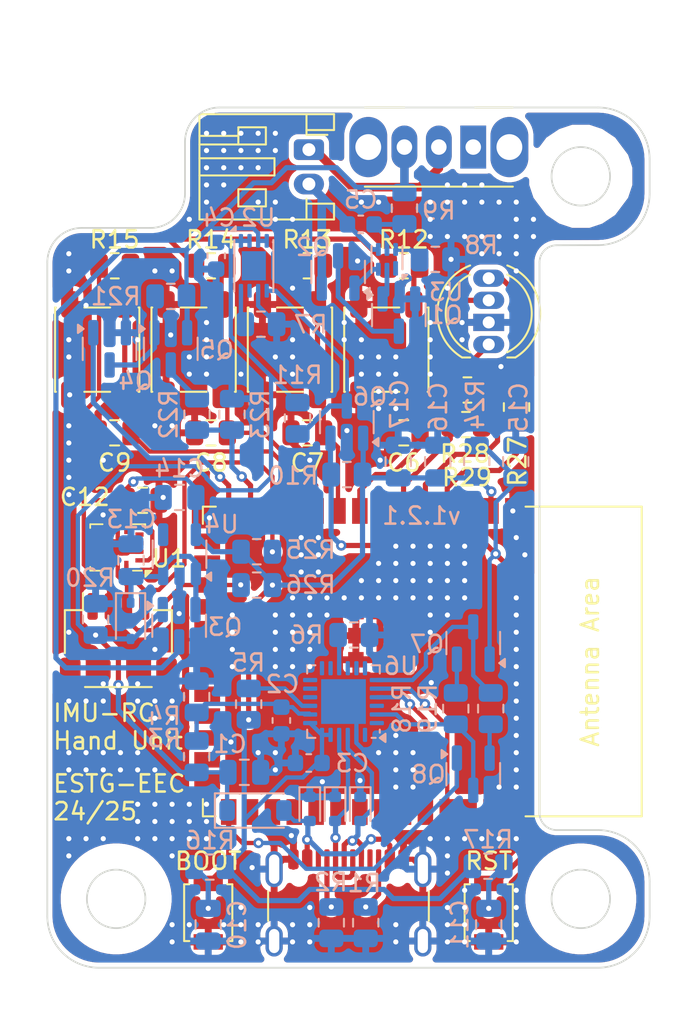
<source format=kicad_pcb>
(kicad_pcb (version 20241229) (generator "pcbnew") (generator_version "9.0")
  (layers (0 "F.Cu" signal) (2 "B.Cu" signal) (13 "F.Paste" user) (15 "B.Paste" user) (5 "F.SilkS" user "F.Silkscreen") (7 "B.SilkS" user "B.Silkscreen") (1 "F.Mask" user) (3 "B.Mask" user) (25 "Edge.Cuts" user))
  (net 0 "")
  (net 1 "BOOT")
  (net 2 "GND")
  (net 3 "Net-(BT1-+)")
  (net 4 "Net-(BT1--)")
  (net 5 "VBUS")
  (net 6 "+3.3V")
  (net 7 "Net-(U3-BAT)")
  (net 8 "Net-(D6-K)")
  (net 9 "CHIP_PU")
  (net 10 "Net-(U6-VBUS)")
  (net 11 "BTN1")
  (net 12 "BTN2")
  (net 13 "BTN3")
  (net 14 "BTN4")
  (net 15 "Net-(D2-A2)")
  (net 16 "Net-(D3-A2)")
  (net 17 "Net-(D1-A2)")
  (net 18 "Net-(D7-RA)")
  (net 19 "Net-(D7-BA)")
  (net 20 "Net-(D7-GA)")
  (net 21 "SDA")
  (net 22 "SCL")
  (net 23 "Net-(Q1-G)")
  (net 24 "Net-(Q1-D)")
  (net 25 "Net-(Q2-G)")
  (net 26 "+BATT")
  (net 27 "Net-(Q4-D)")
  (net 28 "BATT_READ_EN")
  (net 29 "Net-(Q5-D)")
  (net 30 "CHRG_5V")
  (net 31 "CHRG")
  (net 32 "Net-(U3-V-)")
  (net 33 "BATT_READ")
  (net 34 "Net-(U5-GPIO4{slash}TOUCH4{slash}ADC1_CH3)")
  (net 35 "Net-(U5-GPIO5{slash}TOUCH5{slash}ADC1_CH4)")
  (net 36 "Net-(U5-GPIO6{slash}TOUCH6{slash}ADC1_CH5)")
  (net 49 "Net-(Q7-B)")
  (net 50 "RTS")
  (net 51 "DTR")
  (net 52 "Net-(Q8-B)")
  (net 53 "Net-(U6-~{RST})")
  (net 54 "Net-(U6-~{SUSPEND})")
  (net 69 "Net-(J1-CC2)")
  (net 71 "Net-(J1-CC1)")
  (net 76 "U0TXD")
  (net 81 "U0RXD")
  (net 88 "Net-(U2-PROG)")
  (footprint "Button_Switch_SMD:SW_SPST_PTS647_Sx50" (layer "F.Cu") (at 28.25 33.575 90)
    (property "Reference" "BTN3" (hide yes))
    (property "Value" "4.5x4.5x9mm")
  )
  (footprint "Resistor_SMD:R_0805_2012Metric" (layer "F.Cu") (at 40.47 28.7 180)
    (property "Reference" "R12")
    (property "Value" "10k")
  )
  (footprint "Resistor_SMD:R_0805_2012Metric" (layer "F.Cu") (at 47.015 36.9125 -90)
    (property "Reference" "R27")
    (property "Value" "68")
  )
  (footprint "Button_Switch_SMD:SW_SPST_PTS647_Sx50" (layer "F.Cu") (at 22.65 33.575 90)
    (property "Reference" "BTN4" (hide yes))
    (property "Value" "4.5x4.5x9mm")
  )
  (footprint "Button_Switch_THT:SW_Slide_SPDT_Angled_CK_OS102011MA1Q" (layer "F.Cu") (at 44.5 21.8 180)
    (property "Reference" "SW1" (hide yes))
    (property "Value" "SW_SPDT")
  )
  (footprint "IMURCLibrary:LGA-14L_3x2.5mm_P0.5mm" (layer "F.Cu") (at 23.8425 45.0725 180)
    (property "Reference" "U1")
    (property "Value" "LSM6DSO")
  )
  (footprint "Capacitor_SMD:C_0805_2012Metric" (layer "F.Cu") (at 23.66 38.41)
    (property "Reference" "C9")
    (property "Value" "100nF/50V")
  )
  (footprint "Button_Switch_SMD:SW_SPST_PTS647_Sx50" (layer "F.Cu") (at 39.45 33.575 90)
    (property "Reference" "BTN1" (hide yes))
    (property "Value" "4.5x4.5x9mm")
  )
  (footprint "Resistor_SMD:R_0805_2012Metric" (layer "F.Cu") (at 29.27 28.7 180)
    (property "Reference" "R14")
    (property "Value" "10k")
  )
  (footprint "Connector_JST:JST_PH_S2B-PH-K_1x02_P2.00mm_Horizontal" (layer "F.Cu") (at 34.95 21.95 -90)
    (property "Reference" "BT1" (hide yes))
    (property "Value" "LiPo 3.7V 600mAh")
  )
  (footprint "IMURCLibrary:LED_D5.0mm-4_RKGB" (layer "F.Cu") (at 45.4 33.375 90)
    (property "Reference" "D7" (hide yes))
    (property "Value" "LED_RKGB")
  )
  (footprint "Resistor_SMD:R_0805_2012Metric" (layer "F.Cu") (at 23.67 28.7 180)
    (property "Reference" "R15")
    (property "Value" "10k")
  )
  (footprint "Button_Switch_SMD:SW_SPST_PTS647_Sx50" (layer "F.Cu") (at 33.85 33.575 90)
    (property "Reference" "BTN2" (hide yes))
    (property "Value" "4.5x4.5x9mm")
  )
  (footprint "Capacitor_SMD:C_0805_2012Metric" (layer "F.Cu") (at 29.26 38.41)
    (property "Reference" "C8")
    (property "Value" "100nF/50V")
  )
  (footprint "Button_Switch_SMD:SW_SPST_B3U-1000P" (layer "F.Cu") (at 45.4 66.3 90)
    (property "Reference" "RST")
    (property "Value" "B3U-1000P")
  )
  (footprint "IMURCLibrary:JST_SH_SM04B-SRSS-TB_1x04-1MP_P1.00mm_Horizontal" (layer "F.Cu") (at 23.88 50.5)
    (property "Reference" "J2" (hide yes))
    (property "Value" "JST SH1.0")
  )
  (footprint "Capacitor_SMD:C_0805_2012Metric" (layer "F.Cu") (at 34.86 38.41)
    (property "Reference" "C7")
    (property "Value" "100nF/50V")
  )
  (footprint "Button_Switch_SMD:SW_SPST_B3U-1000P" (layer "F.Cu") (at 29.1 66.3 90)
    (property "Reference" "BOOT")
    (property "Value" "B3U-1000P")
  )
  (footprint "Resistor_SMD:R_0805_2012Metric" (layer "F.Cu") (at 34.87 28.7 180)
    (property "Reference" "R13")
    (property "Value" "10k")
  )
  (footprint "Connector_USB:USB_C_Receptacle_GCT_USB4105-xx-A_16P_TopMnt_Horizontal" (layer "F.Cu") (at 37.25 66.875)
    (property "Reference" "J1" (hide yes))
    (property "Value" "USB_C_Receptacle_USB2.0_16P")
  )
  (footprint "Resistor_SMD:R_0805_2012Metric" (layer "F.Cu") (at 44.1625 35.92)
    (property "Reference" "R28")
    (property "Value" "68")
  )
  (footprint "Resistor_SMD:R_0805_2012Metric" (layer "F.Cu") (at 44.0775 37.93 180)
    (property "Reference" "R29")
    (property "Value" "330")
  )
  (footprint "Capacitor_SMD:C_0805_2012Metric" (layer "F.Cu") (at 40.46 38.41)
    (property "Reference" "C6")
    (property "Value" "100nF/50V")
  )
  (footprint "Capacitor_SMD:C_0805_2012Metric" (layer "F.Cu") (at 25.29 42.33)
    (property "Reference" "C12")
    (property "Value" "100nF/50V")
  )
  (footprint "PCM_Espressif:ESP32-S3-WROOM-1" (layer "F.Cu") (at 38.54 51.7 -90)
    (property "Reference" "U5" (hide yes))
    (property "Value" "ESP32-S3-WROOM-1")
  )
  (footprint "Resistor_SMD:R_0805_2012Metric" (layer "B.Cu") (at 31.45 54.18 -90)
    (property "Reference" "R5")
    (property "Value" "1k")
  )
  (footprint "Resistor_SMD:R_0805_2012Metric" (layer "B.Cu") (at 38.251568 66.882317 90)
    (property "Reference" "R1")
    (property "Value" "5k1")
  )
  (footprint "Package_TO_SOT_SMD:SOT-23" (layer "B.Cu") (at 44.5 50.63 90)
    (property "Reference" "Q7")
    (property "Value" "BC817-25")
  )
  (footprint "Resistor_SMD:R_0805_2012Metric" (layer "B.Cu") (at 26.924 30.48)
    (property "Reference" "R21")
    (property "Value" "10k")
  )
  (footprint "Resistor_SMD:R_0805_2012Metric" (layer "B.Cu") (at 37.153679 40.835442)
    (property "Reference" "R10")
    (property "Value" "10k")
  )
  (footprint "Capacitor_SMD:C_0805_2012Metric" (layer "B.Cu") (at 31.197873 58.143263)
    (property "Reference" "C1")
    (property "Value" "10uF/16V")
  )
  (footprint "Capacitor_SMD:C_0805_2012Metric" (layer "B.Cu") (at 27.432 42.164 180)
    (property "Reference" "C14")
    (property "Value" "1uF/16V")
  )
  (footprint "Resistor_SMD:R_0805_2012Metric" (layer "B.Cu") (at 32.1625 32.0945)
    (property "Reference" "R7")
    (property "Value" "2k")
  )
  (footprint "Resistor_SMD:R_0805_2012Metric" (layer "B.Cu") (at 29.1875 63.65)
    (property "Reference" "R16")
    (property "Value" "10k")
  )
  (footprint "Resistor_SMD:R_0805_2012Metric" (layer "B.Cu") (at 37.56 50.16)
    (property "Reference" "R6")
    (property "Value" "10k")
  )
  (footprint "Capacitor_SMD:C_0603_1608Metric" (layer "B.Cu") (at 33.35 55.13 -90)
    (property "Reference" "C2")
    (property "Value" "1uF/16V")
  )
  (footprint "Resistor_SMD:R_0805_2012Metric" (layer "B.Cu") (at 44.703333 40.06 -90)
    (property "Reference" "R24")
    (property "Value" "10k")
  )
  (footprint "Package_SON:WSON-6_1.5x1.5mm_P0.5mm" (layer "B.Cu") (at 39.4871 28.325939 90)
    (property "Reference" "U3")
    (property "Value" "BQ297xy")
  )
  (footprint "Diode_SMD:D_SOD-523" (layer "B.Cu") (at 35 60.27 -90)
    (property "Reference" "D1" (hide yes))
    (property "Value" "ESD5B5V0WT")
  )
  (footprint "Resistor_SMD:R_0805_2012Metric" (layer "B.Cu") (at 22.555748 49.253606 -90)
    (property "Reference" "R20")
    (property "Value" "10k")
  )
  (footprint "Capacitor_SMD:C_0805_2012Metric" (layer "B.Cu") (at 40.14 40.08 90)
    (property "Reference" "C17")
    (property "Value" "100nF/50V")
  )
  (footprint "Capacitor_SMD:C_0805_2012Metric" (layer "B.Cu") (at 45.4 67 90)
    (property "Reference" "C11")
    (property "Value" "100nF/50V")
  )
  (footprint "Package_TO_SOT_SMD:SOT-23-5" (layer "B.Cu") (at 27.432 45.466 90)
    (property "Reference" "U4")
    (property "Value" "AP2112K-3.3")
  )
  (footprint "Package_TO_SOT_SMD:SOT-23" (layer "B.Cu") (at 44.5 58.25 -90)
    (property "Reference" "Q8")
    (property "Value" "BC817-25")
  )
  (footprint "Resistor_SMD:R_0805_2012Metric" (layer "B.Cu") (at 28.448 37.338 -90)
    (property "Reference" "R22")
    (property "Value" "3k")
  )
  (footprint "Capacitor_SMD:C_0603_1608Metric" (layer "B.Cu") (at 37.9631 26.293939 180)
    (property "Reference" "C5")
    (property "Value" "100nF/16V")
  )
  (footprint "Package_TO_SOT_SMD:SOT-23" (layer "B.Cu") (at 27.409728 49.62233 -90)
    (property "Reference" "Q3")
    (property "Value" "DMP3160L-7")
  )
  (footprint "Resistor_SMD:R_0805_2012Metric" (layer "B.Cu") (at 40.502122 25.352583 90)
    (property "Reference" "R9")
    (property "Value" "330")
  )
  (footprint "Capacitor_SMD:C_0805_2012Metric" (layer "B.Cu") (at 29.1 67 90)
    (property "Reference" "C10")
    (property "Value" "100nF/50V")
  )
  (footprint "Diode_SMD:D_SOD-123" (layer "B.Cu") (at 31.847873 60.363413)
    (property "Reference" "D4" (hide yes))
    (property "Value" "1N5819")
  )
  (footprint "Package_DFN_QFN:QFN-24-1EP_4x4mm_P0.5mm_EP2.6x2.6mm" (layer "B.Cu") (at 36.96 54.03 90)
    (property "Reference" "U6")
    (property "Value" "CP2102N")
  )
  (footprint "Package_TO_SOT_SMD:SOT-23" (layer "B.Cu") (at 37.153679 37.787442 90)
    (property "Reference" "Q6")
    (property "Value" "BSS138")
  )
  (footprint "Capacitor_SMD:C_0805_2012Metric" (layer "B.Cu") (at 42.436667 40.08 90)
    (property "Reference" "C16")
    (property "Value" "10uF/25V")
  )
  (footprint "Diode_SMD:D_SOD-523" (layer "B.Cu") (at 36.47 60.27 -90)
    (property "Reference" "D2" (hide yes))
    (property "Value" "ESD5B5V0WT")
  )
  (footprint "Resistor_SMD:R_0805_2012Metric" (layer "B.Cu") (at 43.484 54.44 90)
    (property "Reference" "R18")
    (property "Value" "10k")
  )
  (footprint "Resistor_SMD:R_0805_2012Metric" (layer "B.Cu") (at 42.296578 28.327112 180)
    (property "Reference" "R8")
    (property "Value" "2k2")
  )
  (footprint "Resistor_SMD:R_0805_2012Metric" (layer "B.Cu") (at 28.428334 53.75039 -90)
    (property "Reference" "R4")
    (property "Value" "47k5")
  )
  (footprint "Resistor_SMD:R_0805_2012Metric" (layer "B.Cu") (at 31.92 47.26)
    (property "Reference" "R26")
    (property "Value" "2k2")
  )
  (footprint "Package_DFN_QFN:DFN-8-1EP_3x2mm_P0.5mm_EP1.7x1.4mm" (layer "B.Cu") (at 31.75 28.702 -90)
    (property "Reference" "U2")
    (property "Value" "MCP73831-2-MC")
  )
  (footprint "Diode_SMD:D_SOD-523" (layer "B.Cu") (at 37.935 60.27 -90)
    (property "Reference" "D3" (hide yes))
    (property "Value" "ESD5B5V0WT")
  )
  (footprint "Package_TO_SOT_SMD:SOT-23" (layer "B.Cu") (at 36.647626 29.059621 90)
    (property "Reference" "Q2")
    (property "Value" "IRLML6344TRPBF")
  )
  (footprint "Resistor_SMD:R_0805_2012Metric" (layer "B.Cu") (at 28.425798 57.234305 -90)
    (property "Reference" "R3")
    (property "Value" "22k1")
  )
  (footprint "Capacitor_SMD:C_0603_1608Metric" (layer "B.Cu") (at 34.94 57.6)
    (property "Reference" "C3")
    (property "Value" "10uF/25V")
  )
  (footprint "Diode_SMD:D_SOD-323" (layer "B.Cu") (at 24.588185 49.339107 -90)
    (property "Reference" "D6" (hide yes))
    (property "Value" "BAT20J")
  )
  (footprint "Capacitor_SMD:C_0805_2012Metric" (layer "B.Cu") (at 24.611342 45.815296 90)
    (property "Reference" "C13")
    (property "Value" "1uF/16V")
  )
  (footprint "Resistor_SMD:R_0805_2012Metric" (layer "B.Cu") (at 36.251568 66.882317 90)
    (property "Reference" "R2")
    (property "Value" "5k1")
  )
  (footprint "Package_TO_SOT_SMD:SOT-23" (layer "B.Cu") (at 40.17686 31.563752 -90)
    (property "Reference" "Q1")
    (property "Value" "IRLML6344TRPBF")
  )
  (footprint "Resistor_SMD:R_0805_2012Metric" (layer "B.Cu") (at 34.287963 37.561292 90)
    (property "Reference" "R11")
    (property "Value" "10k")
  )
  (footprint "Resistor_SMD:R_0805_2012Metric" (layer "B.Cu") (at 45.3625 63.6 180)
    (property "Reference" "R17")
    (property "Value" "10k")
  )
  (footprint "Capacitor_SMD:C_0805_2012Metric" (layer "B.Cu") (at 46.97 40.08 90)
    (property "Reference" "C15")
    (property "Value" "1uF/16V")
  )
  (footprint "Package_TO_SOT_SMD:SOT-23" (layer "B.Cu") (at 23.368 33.528 -90)
    (property "Reference" "Q4")
    (property "Value" "IRLML6344TRPBF")
  )
  (footprint "Package_TO_SOT_SMD:SOT-23" (layer "B.Cu") (at 26.924 33.528 -90)
    (property "Reference" "Q5")
    (property "Value" "DMP3160L-7")
  )
  (footprint "Resistor_SMD:R_0805_2012Metric" (layer "B.Cu") (at 30.48 37.338 90)
    (property "Reference" "R23")
    (property "Value" "11k")
  )
  (footprint "Resistor_SMD:R_0805_2012Metric" (layer "B.Cu") (at 31.92 45.32)
    (property "Reference" "R25")
    (property "Value" "2k2")
  )
  (footprint "Resistor_SMD:R_0805_2012Metric" (layer "B.Cu") (at 45.516 54.44 -90)
    (property "Reference" "R19")
    (property "Value" "10k")
  )
  (footprint "Capacitor_SMD:C_0603_1608Metric" (layer "B.Cu") (at 29.5625 28.1195 -90)
    (property "Reference" "C4")
    (property "Value" "1uF/16V")
  )
  (gr_circle (center 50.75 23.5) (end 52.45 23.5) (stroke (width 0.1)) (fill no) (layer "Edge.Cuts"))
  (gr_line (start 19.75 28.5) (end 19.75 66.5) (stroke (width 0.1)) (layer "Edge.Cuts"))
  (gr_arc (start 51.75 19.5) (mid 53.87132 20.37868) (end 54.75 22.5) (stroke (width 0.1)) (layer "Edge.Cuts"))
  (gr_arc (start 54.75 24.5) (mid 53.87132 26.62132) (end 51.75 27.5) (stroke (width 0.1)) (layer "Edge.Cuts"))
  (gr_arc (start 19.75 28.5) (mid 20.335786 27.085786) (end 21.75 26.5) (stroke (width 0.1)) (layer "Edge.Cuts"))
  (gr_arc (start 22.75 69.5) (mid 20.62868 68.62132) (end 19.75 66.5) (stroke (width 0.1)) (layer "Edge.Cuts"))
  (gr_arc (start 49.35 61.5) (mid 48.642893 61.207107) (end 48.35 60.5) (stroke (width 0.1)) (layer "Edge.Cuts"))
  (gr_line (start 22.75 69.5) (end 51.75 69.5) (stroke (width 0.1)) (layer "Edge.Cuts"))
  (gr_line (start 25.75 26.5) (end 21.75 26.5) (stroke (width 0.1)) (layer "Edge.Cuts"))
  (gr_circle (center 50.75 65.5) (end 52.45 65.5) (stroke (width 0.1)) (fill no) (layer "Edge.Cuts"))
  (gr_line (start 54.75 64.5) (end 54.75 66.5) (stroke (width 0.1)) (layer "Edge.Cuts"))
  (gr_arc (start 27.75 21.5) (mid 28.335786 20.085786) (end 29.75 19.5) (stroke (width 0.1)) (layer "Edge.Cuts"))
  (gr_arc (start 51.75 61.5) (mid 53.87132 62.37868) (end 54.75 64.5) (stroke (width 0.1)) (layer "Edge.Cuts"))
  (gr_line (start 27.75 21.5) (end 27.75 24.5) (stroke (width 0.1)) (layer "Edge.Cuts"))
  (gr_line (start 48.35 28.507107) (end 48.35 60.5) (stroke (width 0.1)) (layer "Edge.Cuts"))
  (gr_line (start 49.35 27.507107) (end 51.75 27.5) (stroke (width 0.1)) (layer "Edge.Cuts"))
  (gr_line (start 49.35 61.5) (end 51.75 61.5) (stroke (width 0.1)) (layer "Edge.Cuts"))
  (gr_line (start 54.75 22.5) (end 54.75 24.5) (stroke (width 0.1)) (layer "Edge.Cuts"))
  (gr_arc (start 48.35 28.507107) (mid 48.642893 27.8) (end 49.35 27.507107) (stroke (width 0.1)) (layer "Edge.Cuts"))
  (gr_line (start 51.75 19.5) (end 29.75 19.5) (stroke (width 0.1)) (layer "Edge.Cuts"))
  (gr_circle (center 23.75 65.5) (end 25.45 65.5) (stroke (width 0.1)) (fill no) (layer "Edge.Cuts"))
  (gr_arc (start 54.75 66.5) (mid 53.87132 68.62132) (end 51.75 69.5) (stroke (width 0.1)) (layer "Edge.Cuts"))
  (gr_arc (start 27.75 24.5) (mid 27.164214 25.914214) (end 25.75 26.5) (stroke (width 0.1)) (layer "Edge.Cuts"))
  (gr_text "IMU-RC \nHand Unit" (at 20 55.5 0) (layer "F.SilkS") (effects (font (size 1 1)) (justify left)))
  (gr_text "ESTG-EEC \n24/25" (at 20 61 0) (layer "F.SilkS") (effects (font (size 1 1)) (justify left bottom)))
  (gr_text "v1.2.1" (at 43.876582 43.816106 0) (layer "B.SilkS") (effects (font (size 1 1)) (justify left bottom mirror)))
  (segment (start 30.29 63.41) (end 29.1 64.6) (width 0.3) (layer "F.Cu") (net 1))
  (segment (start 30.29 60.45) (end 30.29 63.41) (width 0.3) (layer "F.Cu") (net 1))
  (segment (start 30.29 61.45) (end 30.29 60.45) (width 0.25) (layer "F.Cu") (net 1))
  (segment (start 32.02 62.25) (end 31.09 62.25) (width 0.25) (layer "F.Cu") (net 1))
  (segment (start 29.1 64.6) (end 29.1 66.05) (width 0.3) (layer "F.Cu") (net 1))
  (segment (start 31.09 62.25) (end 30.29 61.45) (width 0.25) (layer "F.Cu") (net 1))
  (via (at 29.1 66.05) (size 0.6) (drill 0.3) (layers "F.Cu" "B.Cu") (net 1))
  (via (at 32.02 62.25) (size 0.6) (drill 0.3) (layers "F.Cu" "B.Cu") (net 1))
  (segment (start 32.02 62.25) (end 33.29 62.25) (width 0.25) (layer "B.Cu") (net 1))
  (segment (start 29.1 66.05) (end 29.1 64.475) (width 0.3) (layer "B.Cu") (net 1))
  (segment (start 29.1 64.475) (end 28.275 63.65) (width 0.3) (layer "B.Cu") (net 1))
  (segment (start 38.75 63.75) (end 43.55 58.95) (width 0.25) (layer "B.Cu") (net 1))
  (segment (start 43.55 58.95) (end 43.55 57.3125) (width 0.25) (layer "B.Cu") (net 1))
  (segment (start 34.79 63.75) (end 38.75 63.75) (width 0.25) (layer "B.Cu") (net 1))
  (segment (start 33.29 62.25) (end 34.79 63.75) (width 0.25) (layer "B.Cu") (net 1))
  (segment (start 24.2775 44.8225) (end 23.97 45.13) (width 0.25) (layer "F.Cu") (net 2))
  (segment (start 23.3425 44.06) (end 23.3425 44.9225) (width 0.25) (layer "F.Cu") (net 2))
  (segment (start 23.3425 43.5325) (end 22.99 43.18) (width 0.25) (layer "F.Cu") (net 2))
  (segment (start 33.505 63.195) (end 32.93 63.77) (width 0.3) (layer "F.Cu") (net 2))
  (segment (start 23.8425 44.06) (end 23.8425 45.0025) (width 0.25) (layer "F.Cu") (net 2))
  (segment (start 25.105 45.3225) (end 24.1625 45.3225) (width 0.25) (layer "F.Cu") (net 2))
  (segment (start 40.995 63.195) (end 41.57 63.77) (width 0.3) (layer "F.Cu") (net 2))
  (segment (start 40.45 63.195) (end 40.995 63.195) (width 0.3) (layer "F.Cu") (net 2))
  (segment (start 23.8425 43.6325) (end 23.3 43.09) (width 0.25) (layer "F.Cu") (net 2))
  (segment (start 34.05 63.195) (end 33.505 63.195) (width 0.3) (layer "F.Cu") (net 2))
  (segment (start 33.91 38.91) (end 35 40) (width 0.4) (layer "F.Cu") (net 2))
  (segment (start 33.91 38.41) (end 33.91 38.91) (width 0.4) (layer "F.Cu") (net 2))
  (segment (start 23.8425 45.0025) (end 23.97 45.13) (width 0.25) (layer "F.Cu") (net 2))
  (segment (start 23.3425 44.06) (end 23.3425 43.5325) (width 0.25) (layer "F.Cu") (net 2))
  (segment (start 23.3425 44.9225) (end 23.51 45.09) (width 0.25) (layer "F.Cu") (net 2))
  (segment (start 25.105 44.8225) (end 24.2775 44.8225) (width 0.25) (layer "F.Cu") (net 2))
  (segment (start 23.8425 44.06) (end 23.8425 43.6325) (width 0.25) (layer "F.Cu") (net 2))
  (segment (start 24.1625 45.3225) (end 23.97 45.13) (width 0.25) (layer "F.Cu") (net 2))
  (via (at 35 51) (size 0.6) (drill 0.3) (layers "F.Cu" "B.Cu") (net 2))
  (via (at 25 57) (size 0.6) (drill 0.3) (layers "F.Cu" "B.Cu") (net 2))
  (via (at 27 68) (size 0.6) (drill 0.3) (layers "F.Cu" "B.Cu") (net 2))
  (via (at 34 33) (size 0.6) (drill 0.3) (layers "F.Cu" "B.Cu") (net 2))
  (via (at 47 48) (size 0.6) (drill 0.3) (layers "F.Cu" "B.Cu") (net 2))
  (via (at 40 68) (size 0.6) (drill 0.3) (layers "F.Cu" "B.Cu") (net 2))
  (via (at 47 59) (size 0.6) (drill 0.3) (layers "F.Cu" "B.Cu") (net 2))
  (via (at 46 28) (size 0.6) (drill 0.3) (layers "F.Cu" "B.Cu") (net 2))
  (via (at 22 58) (size 0.6) (drill 0.3) (layers "F.Cu" "B.Cu") (net 2))
  (via (at 29 35) (size 0.6) (drill 0.3) (layers "F.Cu" "B.Cu") (net 2))
  (via (at 31 66) (size 0.6) (drill 0.3) (layers "F.Cu" "B.Cu") (net 2))
  (via (at 43 45) (size 0.6) (drill 0.3) (layers "F.Cu" "B.Cu") (net 2))
  (via (at 47 26) (size 0.6) (drill 0.3) (layers "F.Cu" "B.Cu") (net 2))
  (via (at 29 34) (size 0.6) (drill 0.3) (layers "F.Cu" "B.Cu") (net 2))
  (via (at 43 49) (size 0.6) (drill 0.3) (layers "F.Cu" "B.Cu") (net 2))
  (via (at 35.5 45.5) (size 0.6) (drill 0.3) (layers "F.Cu" "B.Cu") (net 2))
  (via (at 40 36) (size 0.6) (drill 0.3) (layers "F.Cu" "B.Cu") (net 2))
  (via (at 22 54) (size 0.6) (drill 0.3) (layers "F.Cu" "B.Cu") (net 2))
  (via (at 47 44.5) (size 0.6) (drill 0.3) (layers "F.Cu" "B.Cu") (net 2))
  (via (at 34.5 44.5) (size 0.6) (drill 0.3) (layers "F.Cu" "B.Cu") (net 2))
  (via (at 37.78 28.42) (size 0.6) (drill 0.3) (layers "F.Cu" "B.Cu") (net 2))
  (via (at 21 29) (size 0.6) (drill 0.3) (layers "F.Cu" "B.Cu") (net 2))
  (via (at 23 40) (size 0.6) (drill 0.3) (layers "F.Cu" "B.Cu") (net 2))
  (via (at 26 29) (size 0.6) (drill 0.3) (layers "F.Cu" "B.Cu") (net 2))
  (via (at 35 66) (size 0.6) (drill 0.3) (layers "F.Cu" "B.Cu") (net 2))
  (via (at 44 47) (size 0.6) (drill 0.3) (layers "F.Cu" "B.Cu") (net 2))
  (via (at 43 24) (size 0.6) (drill 0.3) (layers "F.Cu" "B.Cu") (net 2))
  (via (at 42 50) (size 0.6) (drill 0.3) (layers "F.Cu" "B.Cu") (net 2))
  (via (at 34 68) (size 0.6) (drill 0.3) (layers "F.Cu" "B.Cu") (net 2))
  (via (at 32 22) (size 0.6) (drill 0.3) (layers "F.Cu" "B.Cu") (net 2))
  (via (at 23 58) (size 0.6) (drill 0.3) (layers "F.Cu" "B.Cu") (net 2))
  (via (at 38 33) (size 0.6) (drill 0.3) (layers "F.Cu" "B.Cu") (net 2))
  (via (at 35 40) (size 0.6) (drill 0.3) (layers "F.Cu" "B.Cu") (net 2))
  (via (at 42 48) (size 0.6) (drill 0.3) (layers "F.Cu" "B.Cu") (net 2))
  (via (at 47 29) (size 0.6) (drill 0.3) (layers "F.Cu" "B.Cu") (net 2))
  (via (at 27 55) (size 0.6) (drill 0.3) (layers "F.Cu" "B.Cu") (net 2))
  (via (at 43 67) (size 0.6) (drill 0.3) (layers "F.Cu" "B.Cu") (net 2))
  (via (at 26 38) (size 0.6) (drill 0.3) (layers "F.Cu" "B.Cu") (net 2))
  (via (at 24 57) (size 0.6) (drill 0.3) (layers "F.Cu" "B.Cu") (net 2))
  (via (at 23 57) (size 0.6) (drill 0.3) (layers "F.Cu" "B.Cu") (net 2))
  (via (at 27.408714 48.916969) (size 0.6) (drill 0.3) (layers "F.Cu" "B.Cu") (net 2))
  (via (at 21 62) (size 0.6) (drill 0.3) (layers "F.Cu" "B.Cu") (net 2))
  (via (at 35.5 44.5) (size 0.6) (drill 0.3) (layers "F.Cu" "B.Cu") (net 2))
  (via (at 21 28) (size 0.6) (drill 0.3) (layers "F.Cu" "B.Cu") (net 2))
  (via (at 33 22) (size 0.6) (drill 0.3) (layers "F.Cu" "B.Cu") (net 2))
  (via (at 27 61) (size 0.6) (drill 0.3) (layers "F.Cu" "B.Cu") (net 2))
  (via (at 34 52) (size 0.6) (drill 0.3) (layers "F.Cu" "B.Cu") (net 2))
  (via (at 47 68) (size 0.6) (drill 0.3) (layers "F.Cu" "B.Cu") (net 2))
  (via (at 34.5 45.5) (size 0.6) (drill 0.3) (layers "F.Cu" "B.Cu") (net 2))
  (via (at 31 21) (size 0.6) (drill 0.3) (layers "F.Cu" "B.Cu") (net 2))
  (via (at 42.06 52.93) (size 0.6) (drill 0.3) (layers "F.Cu" "B.Cu") (net 2))
  (via (at 26 61) (size 0.6) (drill 0.3) (layers "F.Cu" "B.Cu") (net 2))
  (via (at 21 41) (size 0.6) (drill 0.3) (layers "F.Cu" "B.Cu") (net 2))
  (via (at 29 24) (size 0.6) (drill 0.3) (layers "F.Cu" "B.Cu") (net 2))
  (via (at 36 49) (size 0.6) (drill 0.3) (layers "F.Cu" "B.Cu") (net 2))
  (via (at 44 66) (size 0.6) (drill 0.3) (layers "F.Cu" "B.Cu") (net 2))
  (via (at 22 57) (size 0.6) (drill 0.3) (layers "F.Cu" "B.Cu") (net 2))
  (via (at 41 57) (size 0.6) (drill 0.3) (layers "F.Cu" "B.Cu") (net 2))
  (via (at 23 62) (size 0.6) (drill 0.3) (layers "F.Cu" "B.Cu") (net 2))
  (via (at 30 23) (size 0.6) (drill 0.3) (layers "F.Cu" "B.Cu") (net 2))
  (via (at 31 23) (size 0.6) (drill 0.3) (layers "F.Cu" "B.Cu") (net 2))
  (via (at 42 34) (size 0.6) (drill 0.3) (layers "F.Cu" "B.Cu") (net 2))
  (via (at 45 27) (size 0.6) (drill 0.3) (layers "F.Cu" "B.Cu") (net 2))
  (via (at 43 25) (size 0.6) (drill 0.3) (layers "F.Cu" "B.Cu") (net 2))
  (via (at 35 67) (size 0.6) (drill 0.3) (layers "F.Cu" "B.Cu") (net 2))
  (via (at 41 48) (size 0.6) (drill 0.3) (layers "F.Cu" "B.Cu") (net 2))
  (via (at 37.16 38.28) (size 0.6) (drill 0.3) (layers "F.Cu" "B.Cu") (net 2))
  (via (at 38 47) (size 0.6) (drill 0.3) (layers "F.Cu" "B.Cu") (net 2))
  (via (at 43 63) (size 0.6) (drill 0.3) (layers "F.Cu" "B.Cu") (net 2))
  (via (at 43 27) (size 0.6) (drill 0.3) (layers "F.Cu" "B.Cu") (net 2))
  (via (at 41 46) (size 0.6) (drill 0.3) (layers "F.Cu" "B.Cu") (net 2))
  (via (at 21 54) (size 0.6) (drill 0.3) (layers "F.Cu" "B.Cu") (net 2))
  (via (at 43 47) (size 0.6) (drill 0.3) (layers "F.Cu" "B.Cu") (net 2))
  (via (at 21 50) (size 0.6) (drill 0.3) (layers "F.Cu" "B.Cu") (net 2))
  (via (at 42 47) (size 0.6) (drill 0.3) (layers "F.Cu" "B.Cu") (net 2))
  (via (at 46.8 42.95) (size 0.6) (drill 0.3) (layers "F.Cu" "B.Cu") (net 2))
  (via (at 21 33) (size 0.6) (drill 0.3) (layers "F.Cu" "B.Cu") (net 2))
  (via (at 26 54) (size 0.6) (drill 0.3) (layers "F.Cu" "B.Cu") (net 2))
  (via (at 31 22) (size 0.6) (drill 0.3) (layers "F.Cu" "B.Cu") (net 2))
  (via (at 40 47) (size 0.6) (drill 0.3) (layers "F.Cu" "B.Cu") (net 2))
  (via (at 47 57) (size 0.6) (drill 0.3) (layers "F.Cu" "B.Cu") (net 2))
  (via (at 44 27) (size 0.6) (drill 0.3) (layers "F.Cu" "B.Cu") (net 2))
  (via (at 25 33) (size 0.6) (drill 0.3) (layers "F.Cu" "B.Cu") (net 2))
  (via (at 42 35) (size 0.6) (drill 0.3) (layers "F.Cu" "B.Cu") (net 2))
  (via (at 28 61) (size 0.6) (drill 0.3) (layers "F.Cu" "B.Cu") (net 2))
  (via (at 38 35) (size 0.6) (drill 0.3) (layers "F.Cu" "B.Cu") (net 2))
  (via (at 42 33) (size 0.6) (drill 0.3) (layers "F.Cu" "B.Cu") (net 2))
  (via (at 30 22) (size 0.6) (drill 0.3) (layers "F.Cu" "B.Cu") (net 2))
  (via (at 45 25) (size 0.6) (drill 0.3) (layers "F.Cu" "B.Cu") (net 2))
  (via (at 40 46) (size 0.6) (drill 0.3) (layers "F.Cu" "B.Cu") (net 2))
  (via (at 35 50) (size 0.6) (drill 0.3) (layers "F.Cu" "B.Cu") (net 2))
  (via (at 21.05 36.2) (size 0.6) (drill 0.3) (layers "F.Cu" "B.Cu") (net 2))
  (via (at 30.42 56.38) (size 0.6) (drill 0.3) (layers "F.Cu" "B.Cu") (net 2))
  (via (at 34 34) (size 0.6) (drill 0.3) (layers "F.Cu" "B.Cu") (net 2))
  (via (at 33 34) (size 0.6) (drill 0.3) (layers "F.Cu" "B.Cu") (net 2))
  (via (at 34 26) (size 0.6) (drill 0.3) (layers "F.Cu" "B.Cu") (net 2))
  (via (at 29 23) (size 0.6) (drill 0.3) (layers "F.Cu" "B.Cu") (net 2))
  (via (at 26 60) (size 0.6) (drill 0.3) (layers "F.Cu" "B.Cu") (net 2))
  (via (at 28 26) (size 0.6) (drill 0.3) (layers "F.Cu" "B.Cu") (net 2))
  (via (at 26 55) (size 0.6) (drill 0.3) (layers "F.Cu" "B.Cu") (net 2))
  (via (at 27 38) (size 0.6) (drill 0.3) (layers "F.Cu" "B.Cu") (net 2))
  (via (at 47 67) (size 0.6) (drill 0.3) (layers "F.Cu" "B.Cu") (net 2))
  (via (at 40 35) (size 0.6) (drill 0.3) (layers "F.Cu" "B.Cu") (net 2))
  (via (at 30.5 49) (size 0.6) (drill 0.3) (layers "F.Cu" "B.Cu") (net 2))
  (via (at 47 54) (size 0.6) (drill 0.3) (layers "F.Cu" "B.Cu") (net 2))
  (via (at 40 67) (size 0.6) (drill 0.3) (layers "F.Cu" "B.Cu") (net 2))
  (via (at 21 39) (size 0.6) (drill 0.3) (layers "F.Cu" "B.Cu") (net 2))
  (via (at 48 27) (size 0.6) (drill 0.3) (layers "F.Cu" "B.Cu") (net 2))
  (via (at 43 48) (size 0.6) (drill 0.3) (layers "F.Cu" "B.Cu") (net 2))
  (via (at 42 62) (size 0.6) (drill 0.3) (layers "F.Cu" "B.Cu") (net 2))
  (via (at 28 35) (size 0.6) (drill 0.3) (layers "F.Cu" "B.Cu") (net 2))
  (via (at 25 58) (size 0.6) (drill 0.3) (layers "F.Cu" "B.Cu") (net 2))
  (via (at 32 57) (size 0.6) (drill 0.3) (layers "F.Cu" "B.Cu") (net 2))
  (via (at 35 49) (size 0.6) (drill 0.3) (layers "F.Cu" "B.Cu") (net 2))
  (via (at 29 33) (size 0.6) (drill 0.3) (layers "F.Cu" "B.Cu") (net 2))
  (via (at 31 67) (size 0.6) (drill 0.3) (layers "F.Cu" "B.Cu") (net 2))
  (via (at 29.17 43.35) (size 0.6) (drill 0.3) (layers "F.Cu" "B.Cu") (net 2))
  (via (at 40 58) (size 0.6) (drill 0.3) (layers "F.Cu" "B.Cu") (net 2))
  (via (at 34 48) (size 0.6) (drill 0.3) (layers "F.Cu" "B.Cu") (net 2))
  (via (at 42 46) (size 0.6) (drill 0.3) (layers "F.Cu" "B.Cu") (net 2))
  (via (at 44 24) (size 0.6) (drill 0.3) (layers "F.Cu" "B.Cu") (net 2))
  (via (at 27 54) (size 0.6) (drill 0.3) (layers "F.Cu" "B.Cu") (net 2))
  (via (at 29 61) (size 0.6) (drill 0.3) (layers "F.Cu" "B.Cu") (net 2))
  (via (at 37.92 58.62) (size 0.6) (drill 0.3) (layers "F.Cu" "B.Cu") (net 2))
  (via (at 39 46) (size 0.6) (drill 0.3) (layers "F.Cu" "B.Cu") (net 2))
  (via (at 33 51) (size 0.6) (drill 0.3) (layers "F.Cu" "B.Cu") (net 2))
  (via (at 32 67) (size 0.6) (drill 0.3) (layers "F.Cu" "B.Cu") (net 2))
  (via (at 22.99 43.18) (size 0.6) (drill 0.3) (layers "F.Cu" "B.Cu") (net 2))
  (via (at 40 37) (size 0.6) (drill 0.3) (layers "F.Cu" "B.Cu") (net 2))
  (via (at 32 68) (size 0.6) (drill 0.3) (layers "F.Cu" "B.Cu") (net 2))
  (via (at 42 32) (size 0.6) (drill 0.3) (layers "F.Cu" "B.Cu") (net 2))
  (via (at 30.5 52) (size 0.6) (drill 0.3) (layers "F.Cu" "B.Cu") (net 2))
  (via (at 44 48) (size 0.6) (drill 0.3) (layers "F.Cu" "B.Cu") (net 2))
  (via (at 29 21) (size 0.6) (drill 0.3) (layers "F.Cu" "B.Cu") (net 2))
  (via (at 23 54) (size 0.6) (drill 0.3) (layers "F.Cu" "B.Cu") (net 2))
  (via (at 47.5 45.5) (size 0.6) (drill 0.3) (layers "F.Cu" "B.Cu") (net 2))
  (via (at 21 63) (size 0.6) (drill 0.3) (layers "F.Cu" "B.Cu") (net 2))
  (via (at 43.209078 28.327112) (size 0.6) (drill 0.3) (layers "F.Cu" "B.Cu") (net 2))
  (via (at 47 58) (size 0.6) (drill 0.3) (layers "F.Cu" "B.Cu") (net 2))
  (via (at 32 23) (size 0.6) (drill 0.3) (layers "F.Cu" "B.Cu") (net 2))
  (via (at 34 30) (size 0.6) (drill 0.3) (layers "F.Cu" "B.Cu") (net 2))
  (via (at 29 60) (size 0.6) (drill 0.3) (layers "F.Cu" "B.Cu") (net 2))
  (via (at 21 38) (size 0.6) (drill 0.3) (layers "F.Cu" "B.Cu") (net 2))
  (via (at 39 37) (size 0.6) (drill 0.3) (layers "F.Cu" "B.Cu") (net 2))
  (via (at 40 56) (size 0.6) (drill 0.3) (layers "F.Cu" "B.Cu") (net 2))
  (via (at 29 25) (size 0.6) (drill 0.3) (layers "F.Cu" "B.Cu") (net 2))
  (via (at 26 51) (size 0.6) (drill 0.3) (layers "F.Cu" "B.Cu") (net 2))
  (via (at 37 48) (size 0.6) (drill 0.3) (layers "F.Cu" "B.Cu") (net 2))
  (via (at 43 30) (size 0.6) (drill 0.3) (layers "F.Cu" "B.Cu") (net 2))
  (via (at 46 62) (size 0.6) (drill 0.3) (layers "F.Cu" "B.Cu") (net 2))
  (via (at 30 67) (size 0.6) (drill 0.3) (layers "F.Cu" "B.Cu") (net 2))
  (via (at 28 62) (size 0.6) (drill 0.3) (layers "F.Cu" "B.Cu") (net 2))
  (via (at 45 24) (size 0.6) (drill 0.3) (layers "F.Cu" "B.Cu") (net 2))
  (via (at 33 26) (size 0.6) (drill 0.3) (layers "F.Cu" "B.Cu") (net 2))
  (via (at 38 48) (size 0.6) (drill 0.3) (layers "F.Cu" "B.Cu") (net 2))
  (via (at 33 25) (size 0.6) (drill 0.3) (layers "F.Cu" "B.Cu") (net 2))
  (via (at 41 45) (size 0.6) (drill 0.3) (layers "F.Cu" "B.Cu") (net 2))
  (via (at 28 67) (size 0.6) (drill 0.3) (layers "F.Cu" "B.Cu") (net 2))
  (via (at 25 54) (size 0.6) (drill 0.3) (layers "F.Cu" "B.Cu") (net 2))
  (via (at 27 62) (size 0.6) (drill 0.3) (layers "F.Cu" "B.Cu") (net 2))
  (via (at 47 55) (size 0.6) (drill 0.3) (layers "F.Cu" "B.Cu") (net 2))
  (via (at 32 25) (size 0.6) (drill 0.3) (layers "F.Cu" "B.Cu") (net 2))
  (via (at 23 53) (size 0.6) (drill 0.3) (layers "F.Cu" "B.Cu") (net 2))
  (via (at 21 34) (size 0.6) (drill 0.3) (layers "F.Cu" "B.Cu") (net 2))
  (via (at 46 25) (size 0.6) (drill 0.3) (layers "F.Cu" "B.Cu") (net 2))
  (via (at 47 28) (size 0.6) (drill 0.3) (layers "F.Cu" "B.Cu") (net 2))
  (via (at 47 56) (size 0.6) (drill 0.3) (layers "F.Cu" "B.Cu") (net 2))
  (via (at 37 32) (size 0.6) (drill 0.3) (layers "F.Cu" "B.Cu") (net 2))
  (via (at 36 48) (size 0.6) (drill 0.3) (layers "F.Cu" "B.Cu") (net 2))
  (via (at 30 21) (size 0.6) (drill 0.3) (layers "F.Cu" "B.Cu") (net 2))
  (via (at 27 67) (size 0.6) (drill 0.3) (layers "F.Cu" "B.Cu") (net 2))
  (via (at 35.5 46.5) (size 0.6) (drill 0.3) (layers "F.Cu" "B.Cu") (net 2))
  (via (at 47 25) (size 0.6) (drill 0.3) (layers "F.Cu" "B.Cu") (net 2))
  (via (at 27 29) (size 0.6) (drill 0.3) (layers "F.Cu" "B.Cu") (net 2))
  (via (at 40 48) (size 0.6) (drill 0.3) (layers "F.Cu" "B.Cu") (net 2))
  (via (at 39 47) (size 0.6) (drill 0.3) (layers "F.Cu" "B.Cu") (net 2))
  (via (at 21 40) (size 0.6) (drill 0.3) (layers "F.Cu" "B.Cu") (net 2))
  (via (at 42 26) (size 0.6) (drill 0.3) (layers "F.Cu" "B.Cu") (net 2))
  (via (at 44 46) (size 0.6) (drill 0.3) (layers "F.Cu" "B.Cu") (net 2))
  (via (at 34 50) (size 0.6) (drill 0.3) (layers "F.Cu" "B.Cu") (net 2))
  (via (at 47 66) (size 0.6) (drill 0.3) (layers "F.Cu" "B.Cu") (net 2))
  (via (at 26 58) (size 0.6) (drill 0.3) (layers "F.Cu" "B.Cu") (net 2))
  (via (at 45 28) (size 0.6) (drill 0.3) (layers "F.Cu" "B.Cu") (net 2))
  (via (at 33 57) (size 0.6) (drill 0.3) (layers "F.Cu" "B.Cu") (net 2))
  (via (at 38 34) (size 0.6) (drill 0.3) (layers "F.Cu" "B.Cu") (net 2))
  (via (at 39 34) (size 0.6) (drill 0.3) (layers "F.Cu" "B.Cu") (net 2))
  (via (at 45 62) (size 0.6) (drill 0.3) (layers "F.Cu" "B.Cu") (net 2))
  (via (at 34 49) (size 0.6) (drill 0.3) (layers "F.Cu" "B.Cu") (net 2))
  (via (at 44 25) (size 0.6) (drill 0.3) (layers "F.Cu" "B.Cu") (net 2))
  (via (at 21 42) (size 0.6) (drill 0.3) (layers "F.Cu" "B.Cu") (net 2))
  (via (at 25 62) (size 0.6) (drill 0.3) (layers "F.Cu" "B.Cu") (net 2))
  (via (at 40 57) (size 0.6) (drill 0.3) (layers "F.Cu" "B.Cu") (net 2))
  (via (at 44 62) (size 0.6) (drill 0.3) (layers "F.Cu" "B.Cu") (net 2))
  (via (at 31 35) (size 0.6) (drill 0.3) (layers "F.Cu" "B.Cu") (net 2))
  (via (at 33 21) (size 0.6) (drill 0.3) (layers "F.Cu" "B.Cu") (net 2))
  (via (at 47 52) (size 0.6) (drill 0.3) (layers "F.Cu" "B.Cu") (net 2))
  (via (at 30.5 50) (size 0.6) (drill 0.3) (layers "F.Cu" "B.Cu") (net 2))
  (via (at 43.85 33) (size 0.6) (drill 0.3) (layers "F.Cu" "B.Cu") (net 2))
  (via (at 25 53) (size 0.6) (drill 0.3) (layers "F.Cu" "B.Cu") (net 2))
  (via (at 34 51) (size 0.6) (drill 0.3) (layers "F.Cu" "B.Cu") (net 2))
  (via (at 35 68) (size 0.6) (drill 0.3) (layers "F.Cu" "B.Cu") (net 2))
  (via (at 29 22) (size 0.6) (drill 0.3) (layers "F.Cu" "B.Cu") (net 2))
  (via (at 40 59) (size 0.6) (drill 0.3) (layers "F.Cu" "B.Cu") (net 2))
  (via (at 30.5 51) (size 0.6) (drill 0.3) (layers "F.Cu" "B.Cu") (net 2))
  (via (at 39 57) (size 0.6) (drill 0.3) (layers "F.Cu" "B.Cu") (net 2))
  (via (at 44 68) (size 0.6) (drill 0.3) (layers "F.Cu" "B.Cu") (net 2))
  (via (at 47 51) (size 0.6) (drill 0.3) (layers "F.Cu" "B.Cu") (net 2))
  (via (at 33 52) (size 0.6) (drill 0.3) (layers "F.Cu" "B.Cu") (net 2))
  (via (at 39 35) (size 0.6) (drill 0.3) (layers "F.Cu" "B.Cu") (net 2))
  (via (at 43.85 32) (size 0.6) (drill 0.3) (layers "F.Cu" "B.Cu") (net 2))
  (via (at 47 53) (size 0.6) (drill 0.3) (layers "F.Cu" "B.Cu") (net 2))
  (via (at 28 34) (size 0.6) (drill 0.3) (layers "F.Cu" "B.Cu") (net 2))
  (via (at 40 45) (size 0.6) (drill 0.3) (layers "F.Cu" "B.Cu") (net 2))
  (via (at 33 50) (size 0.6) (drill 0.3) (layers "F.Cu" "B.Cu") (net 2))
  (via (at 42 45) (size 0.6) (drill 0.3) (layers "F.Cu" "B.Cu") (net 2))
  (via (at 26.92 32.72) (size 0.6) (drill 0.3) (layers "F.Cu" "B.Cu") (net 2))
  (via (at 46.11 34.56) (size 0.6) (drill 0.3) (layers "F.Cu" "B.Cu") (net 2))
  (via (at 47 27) (size 0.6) (drill 0.3) (layers "F.Cu" "B.Cu") (net 2))
  (via (at 43 66) (size 0.6) (drill 0.3) (layers "F.Cu" "B.Cu") (net 2))
  (via (at 33.93 61.82) (size 0.6) (drill 0.3) (layers "F.Cu" "B.Cu") (net 2))
  (via (at 30 24) (size 0.6) (drill 0.3) (layers "F.Cu" "B.Cu") (net 2))
  (via (at 39 48) (size 0.6) (drill 0.3) (layers "F.Cu" "B.Cu") (net 2))
  (via (at 39.09 40) (size 0.6) (drill 0.3) (layers "F.Cu" "B.Cu") (net 2))
  (via (at 46 27) (size 0.6) (drill 0.3) (layers "F.Cu" "B.Cu") (net 2))
  (via (at 29 62) (size 0.6) (drill 0.3) (layers "F.Cu" "B.Cu") (net 2))
  (via (at 34 67) (size 0.6) (drill 0.3) (layers "F.Cu" "B.Cu") (net 2))
  (via (at 34 35) (size 0.6) (drill 0.3) (layers "F.Cu" "B.Cu") (net 2))
  (via (at 47 50) (size 0.6) (drill 0.3) (layers "F.Cu" "B.Cu") (net 2))
  (via (at 41 47) (size 0.6) (drill 0.3) (layers "F.Cu" "B.Cu") (net 2))
  (via (at 39 25) (size 0.6) (drill 0.3) (layers "F.Cu" "B.Cu") (net 2))
  (via (at 47 62) (size 0.6) (drill 0.3) (layers "F.Cu" "B.Cu") (net 2))
  (via (at 38 25) (size 0.6) (drill 0.3) (layers "F.Cu" "B.Cu") (net 2))
  (via (at 26.482 42.164) (size 0.6) (drill 0.3) (layers "F.Cu" "B.Cu") (net 2))
  (via (at 33 49) (size 0.6) (drill 0.3) (layers "F.Cu" "B.Cu") (net 2))
  (via (at 22 62) (size 0.6) (drill 0.3) (layers "F.Cu" "B.Cu") (net 2))
  (via (at 37 33) (size 0.6) (drill 0.3) (layers "F.Cu" "B.Cu") (net 2))
  (via (at 25 61) (size 0.6) (drill 0.3) (layers "F.Cu" "B.Cu") (net 2))
  (via (at 28 60) (size 0.6) (drill 0.3) (layers "F.Cu" "B.Cu") (net 2))
  (via (at 27 63) (size 0.6) (drill 0.3) (layers "F.Cu" "B.Cu") (net 2))
  (via (at 24 58) (size 0.6) (drill 0.3) (layers "F.Cu" "B.Cu") (net 2))
  (via (at 35 48) (size 0.6) (drill 0.3) (layers "F.Cu" "B.Cu") (net 2))
  (via (at 47 65) (size 0.6) (drill 0.3) (layers "F.Cu" "B.Cu") (net 2))
  (via (at 48 26) (size 0.6) (drill 0.3) (layers "F.Cu" "B.Cu") (net 2))
  (via (at 26 62) (size 0.6) (drill 0.3) (layers "F.Cu" "B.Cu") (net 2))
  (via (at 42 25) (size 0.6) (drill 0.3) (layers "F.Cu" "B.Cu") (net 2))
  (via (at 31.65 63.68) (size 0.6) (drill 0.3) (layers "F.Cu" "B.Cu") (net 2))
  (via (at 21 57) (size 0.6) (drill 0.3) (layers "F.Cu" "B.Cu") (net 2))
  (via (at 25 60) (size 0.6) (drill 0.3) (layers "F.Cu" "B.Cu") (net 2))
  (via (at 43 46) (size 0.6) (drill 0.3) (layers "F.Cu" "B.Cu") (net 2))
  (via (at 43 68) (size 0.6) (drill 0.3) (layers "F.Cu" "B.Cu") (net 2))
  (via (at 34.5 46.5) (size 0.6) (drill 0.3) (layers "F.Cu" "B.Cu") (net 2))
  (via (at 39 36) (size 0.6) (drill 0.3) (layers "F.Cu" "B.Cu") (net 2))
  (via (at 21 58) (size 0.6) (drill 0.3) (layers "F.Cu" "B.Cu") (net 2))
  (via (at 42 49) (size 0.6) (drill 0.3) (layers "F.Cu" "B.Cu") (net 2))
  (via (at 27 60) (size 0.6) (drill 0.3) (layers "F.Cu" "B.Cu") (net 2))
  (via (at 44 67) (size 0.6) (drill 0.3) (layers "F.Cu" "B.Cu") (net 2))
  (via (at 43 62) (size 0.6) (drill 0.3) (layers "F.Cu" "B.Cu") (net 2))
  (via (at 33 58) (size 0.6) (drill 0.3) (layers "F.Cu" "B.Cu") (net 2))
  (via (at 40 34) (size 0.6) (drill 0.3) (layers "F.Cu" "B.Cu") (net 2))
  (via (at 44 45) (size 0.6) (drill 0.3) (layers "F.Cu" "B.Cu") (net 2))
  (via (at 35 52) (size 0.6) (drill 0.3) (layers "F.Cu" "B.Cu") (net 2))
  (via (at 41 59) (size 0.6) (drill 0.3) (layers "F.Cu" "B.Cu") (net 2))
  (via (at 35.730878 58.687965) (size 0.6) (drill 0.3) (layers "F.Cu" "B.Cu") (net 2))
  (via (at 42 27) (size 0.6) (drill 0.3) (layers "F.Cu" "B.Cu") (net 2))
  (via (at 32 21) (size 0.6) (drill 0.3) (layers "F.Cu" "B.Cu") (net 2))
  (via (at 22 31) (size 0.6) (drill 0.3) (layers "F.Cu" "B.Cu") (net 2))
  (via (at 44 65) (size 0.6) (drill 0.3) (layers "F.Cu" "B.Cu") (net 2))
  (via (at 31 68) (size 0.6) (drill 0.3) (layers "F.Cu" "B.Cu") (net 2))
  (via (at 29 32) (size 0.6) (drill 0.3) (layers "F.Cu" "B.Cu") (net 2))
  (via (at 41 58) (size 0.6) (drill 0.3) (layers "F.Cu" "B.Cu") (net 2))
  (via (at 47 49) (size 0.6) (drill 0.3) (layers "F.Cu" "B.Cu") (net 2))
  (via (at 43 64) (size 0.6) (drill 0.3) (layers "F.Cu" "B.Cu") (net 2))
  (via (at 46 59) (size 0.6) (drill 0.3) (layers "F.Cu" "B.Cu") (net 2))
  (segment (start 32 31.0195) (end 33.075 32.0945) (width 0.25) (layer "B.Cu") (net 2))
  (segment (start 37.71 54.78) (end 36.96 54.03) (width 0.25) (layer "B.Cu") (net 2))
  (segment (start 37.71 56.431154) (end 38.278846 57) (width 0.25) (layer "B.Cu") (net 2))
  (segment (start 32 30.152) (end 32 31.0195) (width 0.25) (layer "B.Cu") (net 2))
  (segment (start 37.71 55.9675) (end 37.71 54.78) (width 0.25) (layer "B.Cu") (net 2))
  (segment (start 38.278846 57) (end 39 57) (width 0.25) (layer "B.Cu") (net 2))
  (segment (start 37.71 55.9675) (end 37.71 56.431154) (width 0.25) (layer "B.Cu") (net 2))
  (segment (start 37.92 58.873884) (end 37.935 58.888884) (width 0.25) (layer "B.Cu") (net 2))
  (segment (start 34.95 21.95) (end 35.281908 21.95) (width 0.5) (layer "F.Cu") (net 3))
  (segment (start 42.5 23.032) (end 42.5 21.8) (width 0.5) (layer "F.Cu") (net 3))
  (segment (start 41.402 24.13) (end 42.5 23.032) (width 0.5) (layer "F.Cu") (net 3))
  (segment (start 35.281908 21.95) (end 37.461908 24.13) (width 0.5) (layer "F.Cu") (net 3))
  (segment (start 37.461908 24.13) (end 41.402 24.13) (width 0.5) (layer "F.Cu") (net 3))
  (segment (start 38.6451 27.750939) (end 37.1881 26.293939) (width 0.28) (layer "B.Cu") (net 4))
  (segment (start 37.1881 26.1881) (end 37.1881 26.293939) (width 0.5) (layer "B.Cu") (net 4))
  (segment (start 35.697626 29.997121) (end 35.697626 24.697626) (width 0.5) (layer "B.Cu") (net 4))
  (segment (start 38.9871 27.750939) (end 38.6451 27.750939) (width 0.28) (layer "B.Cu") (net 4))
  (segment (start 35.697626 24.697626) (end 34.95 23.95) (width 0.5) (layer "B.Cu") (net 4))
  (segment (start 34.95 23.95) (end 37.1881 26.1881) (width 0.5) (layer "B.Cu") (net 4))
  (segment (start 23.88 53.07) (end 23.88 51.490358) (width 0.3) (layer "F.Cu") (net 5))
  (segment (start 23.88 51.490358) (end 22.555748 50.166106) (width 0.3) (layer "F.Cu") (net 5))
  (via (at 22.555748 50.166106) (size 0.6) (drill 0.3) (layers "F.Cu" "B.Cu") (net 5))
  (via (at 23.88 53.07) (size 0.6) (drill 0.3) (layers "F.Cu" "B.Cu") (net 5))
  (segment (start 24.588185 50.389107) (end 22.778749 50.389107) (width 0.3) (layer "B.Cu") (net 5))
  (segment (start 32.560743 34.939257) (end 32.75 35.128514) (width 0.25) (layer "B.Cu") (net 5))
  (segment (start 32.75 35.128514) (end 32.75 41) (width 0.25) (layer "B.Cu") (net 5))
  (segment (start 24.588185 50.389107) (end 24.755451 50.389107) (width 0.3) (layer "B.Cu") (net 5))
  (segment (start 21.527589 49.527589) (end 22.166106 50.166106) (width 0.25) (layer "B.Cu") (net 5))
  (segment (start 29.655 27.252) (end 29.5625 27.3445) (width 0.25) (layer "B.Cu") (net 5))
  (segment (start 32.75 41) (end 32 41.75) (width 0.25) (layer "B.Cu") (net 5))
  (segment (start 30.4115 32.790014) (end 32.560743 34.939257) (width 0.25) (layer "B.Cu") (net 5))
  (segment (start 21.527589 43.222411) (end 21.527589 49.527589) (width 0.25) (layer "B.Cu") (net 5))
  (segment (start 32 41.75) (end 29.688702 41.75) (width 0.25) (layer "B.Cu") (net 5))
  (segment (start 31 27.252) (end 31.5 27.252) (width 0.25) (layer "B.Cu") (net 5))
  (segment (start 28.42934 58.143263) (end 28.425798 58.146805) (width 0.25) (layer "B.Cu") (net 5))
  (segment (start 30.247873 58.143263) (end 28.42934 58.143263) (width 0.25) (layer "B.Cu") (net 5))
  (segment (start 32.560743 34.939257) (end 34.270278 36.648792) (width 0.25) (layer "B.Cu") (net 5))
  (segment (start 30.1385 27.3445) (end 30.4115 27.6175) (width 0.25) (layer "B.Cu") (net 5))
  (segment (start 24.396 40.354) (end 21.527589 43.222411) (width 0.25) (layer "B.Cu") (net 5))
  (segment (start 28.425798 58.146805) (end 27.496805 58.146805) (width 0.3) (layer "B.Cu") (net 5))
  (segment (start 29 41.061298) (end 29 41) (width 0.25) (layer "B.Cu") (net 5))
  (segment (start 25.52 56.17) (end 23.88 54.53) (width 0.3) (layer "B.Cu") (net 5))
  (segment (start 24.755451 50.389107) (end 26.459728 48.68483) (width 0.3) (layer "B.Cu") (net 5))
  (segment (start 22.778749 50.389107) (end 22.555748 50.166106) (width 0.3) (layer "B.Cu") (net 5))
  (segment (start 34.270278 36.648792) (end 34.287963 36.648792) (width 0.25) (layer "B.Cu") (net 5))
  (segment (start 30.4115 27.6175) (end 30.4115 32.790014) (width 0.25) (layer "B.Cu") (net 5))
  (segment (start 29.688702 41.75) (end 29 41.061298) (width 0.25) (layer "B.Cu") (net 5))
  (segment (start 27.496805 58.146805) (end 25.52 56.17) (width 0.3) (layer "B.Cu") (net 5))
  (segment (start 22.166106 50.166106) (end 22.555748 50.166106) (width 0.25) (layer "B.Cu") (net 5))
  (segment (start 29.5625 27.3445) (end 30.1385 27.3445) (width 0.25) (layer "B.Cu") (net 5))
  (segment (start 23.88 54.53) (end 23.88 53.07) (width 0.3) (layer "B.Cu") (net 5))
  (segment (start 30.197873 58.193263) (end 30.247873 58.143263) (width 0.25) (layer "B.Cu") (net 5))
  (segment (start 31 27.252) (end 29.655 27.252) (width 0.25) (layer "B.Cu") (net 5))
  (segment (start 29 41) (end 28.354 40.354) (width 0.25) (layer "B.Cu") (net 5))
  (segment (start 28.354 40.354) (end 24.396 40.354) (width 0.25) (layer "B.Cu") (net 5))
  (segment (start 23.88 53.07) (end 23.88 53.22) (width 0.3) (layer "B.Cu") (net 5))
  (segment (start 30.197873 60.363413) (end 30.197873 58.193263) (width 0.25) (layer "B.Cu") (net 5))
  (segment (start 22.42 42.33) (end 21.87 42.88) (width 0.25) (layer "F.Cu") (net 6))
  (segment (start 32.4075 27.15) (end 33.9575 28.7) (width 0.3) (layer "F.Cu") (net 6))
  (segment (start 21.87 42.88) (end 21.87 43.86) (width 0.25) (layer "F.Cu") (net 6))
  (segment (start 21.87 46.07) (end 23.38 47.58) (width 0.25) (layer "F.Cu") (net 6))
  (segment (start 22.7575 27.8525) (end 23.46 27.15) (width 0.3) (layer "F.Cu") (net 6))
  (segment (start 23.38 47.58) (end 23.38 48.5) (width 0.25) (layer "F.Cu") (net 6))
  (segment (start 24.34 42.33) (end 22.42 42.33) (width 0.25) (layer "F.Cu") (net 6))
  (segment (start 26.4 27.15) (end 32.98 27.15) (width 0.3) (layer "F.Cu") (net 6))
  (segment (start 39.5575 28.7) (end 38.0075 27.15) (width 0.3) (layer "F.Cu") (net 6))
  (segment (start 25.85 45.592) (end 25.85 44.13) (width 0.25) (layer "F.Cu") (net 6))
  (segment (start 21.87 43.73) (end 21.87 46.07) (width 0.25) (layer "F.Cu") (net 6))
  (segment (start 23.34 48.46) (end 23.38 48.5) (width 0.25) (layer "F.Cu") (net 6))
  (segment (start 24.34 41.66) (end 24.34 42.33) (width 0.25) (layer "F.Cu") (net 6))
  (segment (start 25.105 45.8225) (end 25.6195 45.8225) (width 0.25) (layer "F.Cu") (net 6))
  (segment (start 21.87 43.92) (end 21.87 43.73) (width 0.25) (layer "F.Cu") (net 6))
  (segment (start 22.58 44.3225) (end 22.2725 44.3225) (width 0.25) (layer "F.Cu") (net 6))
  (segment (start 22.7575 28.7) (end 22.7575 27.8525) (width 0.3) (layer "F.Cu") (net 6))
  (segment (start 22.2725 44.3225) (end 21.87 43.92) (width 0.25) (layer "F.Cu") (net 6))
  (segment (start 25.85 44.13) (end 24.34 42.62) (width 0.25) (layer "F.Cu") (net 6))
  (segment (start 23.46 27.15) (end 26.8075 27.15) (width 0.3) (layer "F.Cu") (net 6))
  (segment (start 24.3425 42.3325) (end 24.34 42.33) (width 0.25) (layer "F.Cu") (net 6))
  (segment (start 24.75 41.25) (end 24.34 41.66) (width 0.25) (layer "F.Cu") (net 6))
  (segment (start 25.6195 45.8225) (end 25.85 45.592) (width 0.25) (layer "F.Cu") (net 6))
  (segment (start 22.7575 36.3125) (end 22.7575 28.7) (width 0.25) (layer "F.Cu") (net 6))
  (segment (start 24.34 42.62) (end 24.34 42.33) (width 0.25) (layer "F.Cu") (net 6))
  (segment (start 21.87 43.86) (end 21.87 37.2) (width 0.25) (layer "F.Cu") (net 6))
  (segment (start 24.3425 44.06) (end 24.3425 42.3325) (width 0.25) (layer "F.Cu") (net 6))
  (segment (start 23.3425 46.085) (end 23.34 46.0875) (width 0.25) (layer "F.Cu") (net 6))
  (segment (start 31.45 48.6425) (end 32.8325 47.26) (width 0.3) (layer "F.Cu") (net 6))
  (segment (start 21.87 37.2) (end 22.7575 36.3125) (width 0.25) (layer "F.Cu") (net 6))
  (segment (start 26.8075 27.15) (end 26.9675 27.31) (width 0.3) (layer "F.Cu") (net 6))
  (segment (start 26.9675 27.31) (end 28.3575 28.7) (width 0.3) (layer "F.Cu") (net 6))
  (segment (start 38.0075 27.15) (end 32.4075 27.15) (width 0.3) (layer "F.Cu") (net 6))
  (segment (start 31.45 55.0925) (end 31.45 48.6425) (width 0.3) (layer "F.Cu") (net 6))
  (segment (start 23.34 46.0875) (end 23.34 48.46) (width 0.25) (layer "F.Cu") (net 6))
  (segment (start 45.53 41.845097) (end 45.53 42.95) (width 0.3) (layer "F.Cu") (net 6))
  (segment (start 45.552965 41.822132) (end 45.53 41.845097) (width 0.3) (layer "F.Cu") (net 6))
  (via (at 24.75 41.25) (size 0.6) (drill 0.3) (layers "F.Cu" "B.Cu") (net 6))
  (via (at 31.45 55.0925) (size 0.6) (drill 0.3) (layers "F.Cu" "B.Cu") (net 6))
  (via (at 32.8325 47.26) (size 0.6) (drill 0.3) (layers "F.Cu" "B.Cu") (net 6))
  (via (at 45.552965 41.822132) (size 0.6) (drill 0.3) (layers "F.Cu" "B.Cu") (net 6))
  (segment (start 32.8325 47.145) (end 31.0075 45.32) (width 0.3) (layer "B.Cu") (net 6))
  (segment (start 45.552965 41.822132) (end 44.703333 40.9725) (width 0.3) (layer "B.Cu") (net 6))
  (segment (start 38.103679 40.797942) (end 38.066179 40.835442) (width 0.3) (layer "B.Cu") (net 6))
  (segment (start 29.3735 45.32) (end 28.382 44.3285) (width 0.3) (layer "B.Cu") (net 6))
  (segment (start 28.382 42.164) (end 28.382 44.3285) (width 0.3) (layer "B.Cu") (net 6))
  (segment (start 24.75 41.25) (end 24.936043 41.063957) (width 0.25) (layer "B.Cu") (net 6))
  (segment (start 32.8325 47.26) (end 36.306 47.26) (width 0.3) (layer "B.Cu") (net 6))
  (segment (start 35.71 55.9675) (end 35.0225 55.28) (width 0.25) (layer "B.Cu") (net 6))
  (segment (start 31.19 60.901491) (end 33.648761 58.44273) (width 0.25) (layer "B.Cu") (net 6))
  (segment (start 34.35 65.6) (end 32.05 65.6) (width 0.3) (layer "B.Cu") (net 6))
  (segment (start 36.21 55.9675) (end 35.71 55.9675) (width 0.25) (layer "B.Cu") (net 6))
  (segment (start 31.0075 45.32) (end 29.3735 45.32) (width 0.3) (layer "B.Cu") (net 6))
  (segment (start 32.8325 47.26) (end 32.8325 47.145) (width 0.25) (layer "B.Cu") (net 6))
  (segment (start 35.71 57.595) (end 35.715 57.6) (width 0.25) (layer "B.Cu") (net 6))
  (segment (start 44.645833 41.03) (end 44.703333 40.9725) (width 0.3) (layer "B.Cu") (net 6))
  (segment (start 31.19 55.3525) (end 31.45 55.0925) (width 0.3) (layer "B.Cu") (net 6))
  (segment (start 35.440908 57.6) (end 35.715 57.6) (width 0.25) (layer "B.Cu") (net 6))
  (segment (start 36.306 47.26) (end 38.066179 45.499821) (width 0.3) (layer "B.Cu") (net 6))
  (segment (start 31.19 60.901491) (end 31.19 62.56) (width 0.3) (layer "B.Cu") (net 6))
  (segment (start 38.066179 45.499821) (end 38.066179 40.835442) (width 0.3) (layer "B.Cu") (net 6))
  (segment (start 39.32 64.95) (end 35 64.95) (width 0.3) (layer "B.Cu") (net 6))
  (segment (start 32.05 65.6) (end 30.1 63.65) (width 0.3) (layer "B.Cu") (net 6))
  (segment (start 40.14 41.03) (end 38.260737 41.03) (width 0.3) (layer "B.Cu") (net 6))
  (segment (start 44.45 63.6) (end 42.57 65.48) (width 0.3) (layer "B.Cu") (net 6))
  (segment (start 35.71 55.9675) (end 35.71 57.595) (width 0.25) (layer "B.Cu") (net 6))
  (segment (start 40.14 41.03) (end 42.436667 41.03) (width 0.3) (layer "B.Cu") (net 6))
  (segment (start 34.598178 58.44273) (end 35.440908 57.6) (width 0.25) (layer "B.Cu") (net 6))
  (segment (start 38.103679 38.724942) (end 38.103679 40.797942) (width 0.3) (layer "B.Cu") (net 6))
  (segment (start 42.436667 41.03) (end 44.645833 41.03) (width 0.3) (layer "B.Cu") (net 6))
  (segment (start 31.19 60.901491) (end 31.19 55.3525) (width 0.3) (layer "B.Cu") (net 6))
  (segment (start 27.813957 41.063957) (end 28.382 41.632) (width 0.25) (layer "B.Cu") (net 6))
  (segment (start 33.648761 58.44273) (end 34.598178 58.44273) (width 0.25) (layer "B.Cu") (net 6))
  (segment (start 39.85 65.48) (end 39.32 64.95) (width 0.3) (layer "B.Cu") (net 6))
  (segment (start 31.19 62.56) (end 30.1 63.65) (width 0.3) (layer "B.Cu") (net 6))
  (segment (start 38.260737 41.03) (end 38.066179 40.835442) (width 0.3) (layer "B.Cu") (net 6))
  (segment (start 28.382 41.632) (end 28.382 42.164) (width 0.25) (layer "B.Cu") (net 6))
  (segment (start 35 64.95) (end 34.35 65.6) (width 0.3) (layer "B.Cu") (net 6))
  (segment (start 42.57 65.48) (end 39.85 65.48) (width 0.3) (layer "B.Cu") (net 6))
  (segment (start 24.936043 41.063957) (end 27.813957 41.063957) (width 0.25) (layer "B.Cu") (net 6))
  (segment (start 39.4871 27.042939) (end 38.7381 26.293939) (width 0.28) (layer "B.Cu") (net 7))
  (segment (start 38.7381 26.293939) (end 40.473266 26.293939) (width 0.28) (layer "B.Cu") (net 7))
  (segment (start 39.4871 27.750939) (end 39.4871 27.042939) (width 0.28) (layer "B.Cu") (net 7))
  (segment (start 40.473266 26.293939) (end 40.502122 26.265083) (width 0.28) (layer "B.Cu") (net 7))
  (segment (start 24.611342 48.26595) (end 24.588185 48.289107) (width 0.3) (layer "B.Cu") (net 8))
  (segment (start 27.070322 45.59) (end 28.030999 45.59) (width 0.3) (layer "B.Cu") (net 8))
  (segment (start 28.382 48.662558) (end 28.359728 48.68483) (width 0.3) (layer "B.Cu") (net 8))
  (segment (start 28.382 45.941001) (end 28.382 46.6035) (width 0.3) (layer "B.Cu") (net 8))
  (segment (start 26.482 46.178322) (end 27.070322 45.59) (width 0.3) (layer "B.Cu") (net 8))
  (segment (start 28.030999 45.59) (end 28.382 45.941001) (width 0.3) (layer "B.Cu") (net 8))
  (segment (start 24.611342 46.765296) (end 26.320204 46.765296) (width 0.3) (layer "B.Cu") (net 8))
  (segment (start 24.611342 46.765296) (end 24.611342 48.26595) (width 0.3) (layer "B.Cu") (net 8))
  (segment (start 26.320204 46.765296) (end 26.482 46.6035) (width 0.3) (layer "B.Cu") (net 8))
  (segment (start 26.482 46.6035) (end 26.482 46.178322) (width 0.3) (layer "B.Cu") (net 8))
  (segment (start 28.382 46.6035) (end 28.382 48.662558) (width 0.3) (layer "B.Cu") (net 8))
  (segment (start 45.803491 45.446509) (end 44.26 43.903018) (width 0.3) (layer "F.Cu") (net 9))
  (segment (start 47.79 47.433018) (end 45.803491 45.446509) (width 0.3) (layer "F.Cu") (net 9))
  (segment (start 45.81 64.6) (end 47.79 62.62) (width 0.3) (layer "F.Cu") (net 9))
  (segment (start 44.26 43.903018) (end 44.26 42.95) (width 0.3) (layer "F.Cu") (net 9))
  (segment (start 47.79 62.62) (end 47.79 47.433018) (width 0.3) (layer "F.Cu") (net 9))
  (segment (start 45.4 64.6) (end 45.4 66.05) (width 0.3) (layer "F.Cu") (net 9))
  (segment (start 45.4 64.6) (end 45.81 64.6) (width 0.3) (layer "F.Cu") (net 9))
  (via (at 45.4 66.05) (size 0.6) (drill 0.3) (layers "F.Cu" "B.Cu") (net 9))
  (via (at 45.803491 45.446509) (size 0.6) (drill 0.3) (layers "F.Cu" "B.Cu") (net 9))
  (segment (start 45.4 64.475) (end 46.275 63.6) (width 0.3) (layer "B.Cu") (net 9))
  (segment (start 46.97 41.03) (end 45.0875 39.1475) (width 0.3) (layer "B.Cu") (net 9))
  (segment (start 45.45 45.8) (end 45.803491 45.446509) (width 0.25) (layer "B.Cu") (net 9))
  (segment (start 45.803491 45.446509) (end 45.803491 42.448132) (width 0.25) (layer "B.Cu") (net 9))
  (segment (start 45.4 66.05) (end 45.4 64.475) (width 0.3) (layer "B.Cu") (net 9))
  (segment (start 45.45 51.5675) (end 45.45 45.8) (width 0.25) (layer "B.Cu") (net 9))
  (segment (start 45.803491 42.448132) (end 45.812263 42.448132) (width 0.25) (layer "B.Cu") (net 9))
  (segment (start 45.812263 42.448132) (end 46.97 41.290395) (width 0.25) (layer "B.Cu") (net 9))
  (segment (start 45.0875 39.1475) (end 44.703333 39.1475) (width 0.3) (layer "B.Cu") (net 9))
  (segment (start 46.97 41.290395) (end 46.97 41.03) (width 0.25) (layer "B.Cu") (net 9))
  (segment (start 33.35 54.355) (end 33.159927 54.164927) (width 0.25) (layer "B.Cu") (net 10))
  (segment (start 28.425798 56.321805) (end 28.425798 54.665426) (width 0.25) (layer "B.Cu") (net 10))
  (segment (start 28.926297 54.164927) (end 28.428334 54.66289) (width 0.25) (layer "B.Cu") (net 10))
  (segment (start 33.159927 54.164927) (end 28.926297 54.164927) (width 0.25) (layer "B.Cu") (net 10))
  (segment (start 34.372036 54.731) (end 33.996036 54.355) (width 0.25) (layer "B.Cu") (net 10))
  (segment (start 28.425798 54.665426) (end 28.428334 54.66289) (width 0.25) (layer "B.Cu") (net 10))
  (segment (start 35.0225 54.78) (end 34.9735 54.731) (width 0.25) (layer "B.Cu") (net 10))
  (segment (start 34.9735 54.731) (end 34.372036 54.731) (width 0.25) (layer "B.Cu") (net 10))
  (segment (start 33.996036 54.355) (end 33.35 54.355) (width 0.25) (layer "B.Cu") (net 10))
  (segment (start 41.05 29.0325) (end 41.3825 28.7) (width 0.3) (layer "F.Cu") (net 11))
  (segment (start 37.91 41.76) (end 38.84 40.83) (width 0.3) (layer "F.Cu") (net 11))
  (segment (start 41.41 39.2) (end 41.41 38.41) (width 0.3) (layer "F.Cu") (net 11))
  (segment (start 39.78 40.83) (end 41.41 39.2) (width 0.3) (layer "F.Cu") (net 11))
  (segment (start 37.91 42.95) (end 37.91 41.76) (width 0.3) (layer "F.Cu") (net 11))
  (segment (start 41.05 30.95) (end 41.05 29.0325) (width 0.3) (layer "F.Cu") (net 11))
  (segment (start 38.84 40.83) (end 39.78 40.83) (width 0.3) (layer "F.Cu") (net 11))
  (segment (start 41.41 36.56) (end 41.05 36.2) (width 0.3) (layer "F.Cu") (net 11))
  (segment (start 41.05 36.2) (end 41.05 30.95) (width 0.3) (layer "F.Cu") (net 11))
  (segment (start 41.41 38.41) (end 41.41 36.56) (width 0.3) (layer "F.Cu") (net 11))
  (segment (start 35.45 30.95) (end 35.45 29.0325) (width 0.3) (layer "F.Cu") (net 12))
  (segment (start 35.45 29.0325) (end 35.7825 28.7) (width 0.3) (layer "F.Cu") (net 12))
  (segment (start 35.81 38.41) (end 36.64 39.24) (width 0.25) (layer "F.Cu") (net 12))
  (segment (start 35.81 36.56) (end 35.45 36.2) (width 0.25) (layer "F.Cu") (net 12))
  (segment (start 35.45 36.2) (end 35.45 30.95) (width 0.3) (layer "F.Cu") (net 12))
  (segment (start 35.81 38.41) (end 35.81 36.56) (width 0.25) (layer "F.Cu") (net 12))
  (segment (start 36.64 39.24) (end 36.64 42.95) (width 0.25) (layer "F.Cu") (net 12))
  (segment (start 29.85 36.2) (end 29.85 29.0325) (width 0.3) (layer "F.Cu") (net 13))
  (segment (start 30.21 36.56) (end 29.85 36.2) (width 0.25) (layer "F.Cu") (net 13))
  (segment (start 29.85 29.0325) (end 30.1825 28.7) (width 0.3) (layer "F.Cu") (net 13))
  (segment (start 35.37 42.95) (end 35.37 41.467332) (width 0.25) (layer "F.Cu") (net 13))
  (segment (start 32.312668 38.41) (end 30.21 38.41) (width 0.25) (layer "F.Cu") (net 13))
  (segment (start 35.37 41.467332) (end 32.312668 38.41) (width 0.25) (layer "F.Cu") (net 13))
  (segment (start 30.21 38.41) (end 30.21 36.56) (width 0.25) (layer "F.Cu") (net 13))
  (segment (start 34.1 42.95) (end 34.1 40.835142) (width 0.25) (layer "F.Cu") (net 14))
  (segment (start 24.25 30.95) (end 24.25 29.0325) (width 0.3) (layer "F.Cu") (net 14))
  (segment (start 24.25 29.0325) (end 24.5825 28.7) (width 0.3) (layer "F.Cu") (net 14))
  (segment (start 24.61 36.56) (end 24.25 36.2) (width 0.25) (layer "F.Cu") (net 14))
  (segment (start 32.758779 39.493921) (end 25.693921 39.493921) (width 0.25) (layer "F.Cu") (net 14))
  (segment (start 34.1 40.835142) (end 32.758779 39.493921) (width 0.25) (layer "F.Cu") (net 14))
  (segment (start 25.693921 39.493921) (end 24.61 38.41) (width 0.25) (layer "F.Cu") (net 14))
  (segment (start 24.25 36.2) (end 24.25 30.95) (width 0.3) (layer "F.Cu") (net 14))
  (segment (start 24.61 38.41) (end 24.61 36.56) (width 0.25) (layer "F.Cu") (net 14))
  (segment (start 36.5 64.075466) (end 36.5 63.195) (width 0.3) (layer "F.Cu") (net 15))
  (segment (start 37.325 64.25) (end 36.674534 64.25) (width 0.3) (layer "F.Cu") (net 15))
  (segment (start 36.5 63.195) (end 36.5 61.949258) (width 0.3) (layer "F.Cu") (net 15))
  (segment (start 36.674534 64.25) (end 36.5 64.075466) (width 0.3) (layer "F.Cu") (net 15))
  (segment (start 36.5 61.949258) (end 36.497923 61.947181) (width 0.3) (layer "F.Cu") (net 15))
  (segment (start 37.5 64.075) (end 37.325 64.25) (width 0.3) (layer "F.Cu") (net 15))
  (segment (start 37.5 63.195) (end 37.5 64.075) (width 0.3) (layer "F.Cu") (net 15))
  (via (at 36.497923 61.947181) (size 0.6) (drill 0.3) (layers "F.Cu" "B.Cu") (net 15))
  (segment (start 36.47 60.97) (end 37.22 60.22) (width 0.25) (layer "B.Cu") (net 15))
  (segment (start 36.497923 61.947181) (end 36.497923 60.997923) (width 0.3) (layer "B.Cu") (net 15))
  (segment (start 36.497923 60.997923) (end 36.47 60.97) (width 0.3) (layer "B.Cu") (net 15))
  (segment (start 36.71 56.92) (end 36.71 55.9675) (width 0.25) (layer "B.Cu") (net 15))
  (segment (start 37.22 60.22) (end 37.22 57.43) (width 0.25) (layer "B.Cu") (net 15))
  (segment (start 37.22 57.43) (end 36.71 56.92) (width 0.25) (layer "B.Cu") (net 15))
  (segment (start 37.2 62.16) (end 37 62.36) (width 0.3) (layer "F.Cu") (net 16))
  (segment (start 37.76 62.12) (end 38 62.36) (width 0.3) (layer "F.Cu") (net 16))
  (segment (start 37.435965 62.16) (end 37.2 62.16) (width 0.3) (layer "F.Cu") (net 16))
  (segment (start 37.475965 62.12) (end 37.435965 62.16) (width 0.3) (layer "F.Cu") (net 16))
  (segment (start 37 62.36) (end 37 63.195) (width 0.3) (layer "F.Cu") (net 16))
  (segment (start 38 62.36) (end 38 63.195) (width 0.3) (layer "F.Cu") (net 16))
  (segment (start 37.475965 62.12) (end 37.76 62.12) (width 0.3) (layer "F.Cu") (net 16))
  (via (at 37.475965 62.12) (size 0.6) (drill 0.3) (layers "F.Cu" "B.Cu") (net 16))
  (segment (start 37.8 61.105) (end 37.935 60.97) (width 0.3) (layer "B.Cu") (net 16))
  (segment (start 38.611 60.294) (end 38.611 58.18319) (width 0.25) (layer "B.Cu") (net 16))
  (segment (start 37.475965 62.12) (end 37.8 61.795965) (width 0.3) (layer "B.Cu") (net 16))
  (segment (start 37.8 61.795965) (end 37.8 61.105) (width 0.3) (layer "B.Cu") (net 16))
  (segment (start 37.21 56.78219) (end 37.21 55.9675) (width 0.25) (layer "B.Cu") (net 16))
  (segment (start 38.611 58.18319) (end 37.21 56.78219) (width 0.25) (layer "B.Cu") (net 16))
  (segment (start 37.935 60.97) (end 38.611 60.294) (width 0.25) (layer "B.Cu") (net 16))
  (segment (start 39.65 62.39) (end 39.65 63.195) (width 0.3) (layer "F.Cu") (net 17))
  (segment (start 34.85 62.06) (end 34.85 63.195) (width 0.3) (layer "F.Cu") (net 17))
  (segment (start 39.293297 62.033297) (end 39.65 62.39) (width 0.3) (layer "F.Cu") (net 17))
  (segment (start 38.56193 62.033297) (end 39.293297 62.033297) (width 0.3) (layer "F.Cu") (net 17))
  (via (at 38.56193 62.033297) (size 0.6) (drill 0.3) (layers "F.Cu" "B.Cu") (net 17))
  (via (at 34.85 62.06) (size 0.6) (drill 0.3) (layers "F.Cu" "B.Cu") (net 17))
  (segment (start 35.75 62.88) (end 37.66 62.88) (width 0.3) (layer "B.Cu") (net 17))
  (segment (start 34.10446 60.97) (end 33.497873 60.363413) (width 0.25) (layer "B.Cu") (net 17))
  (segment (start 34.85 62.06) (end 34.89 62.02) (width 0.3) (layer "B.Cu") (net 17))
  (segment (start 37.66 62.88) (end 38.506703 62.033297) (width 0.3) (layer "B.Cu") (net 17))
  (segment (start 34.85 62.06) (end 34.93 62.06) (width 0.3) (layer "B.Cu") (net 17))
  (segment (start 34.89 61.08) (end 35 60.97) (width 0.3) (layer "B.Cu") (net 17))
  (segment (start 34.93 62.06) (end 35.75 62.88) (width 0.3) (layer "B.Cu") (net 17))
  (segment (start 35 60.97) (end 34.10446 60.97) (width 0.25) (layer "B.Cu") (net 17))
  (segment (start 34.89 62.02) (end 34.89 61.08) (width 0.3) (layer "B.Cu") (net 17))
  (segment (start 38.506703 62.033297) (end 38.56193 62.033297) (width 0.3) (layer "B.Cu") (net 17))
  (segment (start 44.16 34.515) (end 44.2115 34.4635) (width 0.3) (layer "F.Cu") (net 18))
  (segment (start 44.2115 37.1515) (end 44.16 37.1) (width 0.3) (layer "F.Cu") (net 18))
  (segment (start 44.99 37.93) (end 44.2115 37.1515) (width 0.3) (layer "F.Cu") (net 18))
  (segment (start 44.16 37.1) (end 44.16 34.515) (width 0.3) (layer "F.Cu") (net 18))
  (segment (start 44.2115 34.4635) (end 45.4 33.275) (width 0.3) (layer "F.Cu") (net 18))
  (segment (start 47.06 30.35) (end 46.135 29.425) (width 0.3) (layer "F.Cu") (net 19))
  (segment (start 47.015 36) (end 47.06 35.955) (width 0.3) (layer "F.Cu") (net 19))
  (segment (start 47.06 35.955) (end 47.06 30.35) (width 0.3) (layer "F.Cu") (net 19))
  (segment (start 45.8 29.425) (end 45.4 29.425) (width 0.3) (layer "F.Cu") (net 19))
  (segment (start 46.135 29.425) (end 45.8 29.425) (width 0.3) (layer "F.Cu") (net 19))
  (segment (start 43.25 35.92) (end 43.03 35.7) (width 0.3) (layer "F.Cu") (net 20))
  (segment (start 43.03 31.57) (end 43.891667 30.708333) (width 0.3) (layer "F.Cu") (net 20))
  (segment (start 43.891667 30.708333) (end 44.212321 30.708333) (width 0.3) (layer "F.Cu") (net 20))
  (segment (start 43.03 35.7) (end 43.03 31.57) (width 0.3) (layer "F.Cu") (net 20))
  (segment (start 44.212321 30.708333) (end 45.4 30.708333) (width 0.3) (layer "F.Cu") (net 20))
  (segment (start 27.72 46.05) (end 27.72 41.114) (width 0.25) (layer "F.Cu") (net 21))
  (segment (start 26.23 47.54) (end 27.72 46.05) (width 0.25) (layer "F.Cu") (net 21))
  (segment (start 25.38 48.5) (end 25.38 47.54) (width 0.25) (layer "F.Cu") (net 21))
  (segment (start 25.38 47.54) (end 26.23 47.54) (width 0.25) (layer "F.Cu") (net 21))
  (segment (start 27.72 41.114) (end 28.702 40.132) (width 0.25) (layer "F.Cu") (net 21))
  (segment (start 28.702 40.132) (end 32.015871 40.132) (width 0.25) (layer "F.Cu") (net 21))
  (segment (start 32.83 40.946129) (end 32.83 42.95) (width 0.25) (layer "F.Cu") (net 21))
  (segment (start 25.38 47.54) (end 24.3425 46.5025) (width 0.25) (layer "F.Cu") (net 21))
  (segment (start 32.83 45.325304) (end 32.829104 45.3262) (width 0.25) (layer "F.Cu") (net 21))
  (segment (start 24.3425 46.5025) (end 24.3425 46.085) (width 0.25) (layer "F.Cu") (net 21))
  (segment (start 32.83 42.95) (end 32.83 45.325304) (width 0.25) (layer "F.Cu") (net 21))
  (segment (start 32.015871 40.132) (end 32.83 40.946129) (width 0.25) (layer "F.Cu") (net 21))
  (via (at 32.829104 45.3262) (size 0.6) (drill 0.3) (layers "F.Cu" "B.Cu") (net 21))
  (segment (start 26.53 49.22) (end 26.53 48.33) (width 0.25) (layer "F.Cu") (net 22))
  (segment (start 24.985001 49.88) (end 25.87 49.88) (width 0.25) (layer "F.Cu") (net 22))
  (segment (start 30.977 47.255) (end 30.988 47.244) (width 0.25) (layer "F.Cu") (net 22))
  (segment (start 24.38 48.5) (end 24.38 49.274999) (width 0.25) (layer "F.Cu") (net 22))
  (segment (start 24.38 47.27) (end 23.8425 46.7325) (width 0.25) (layer "F.Cu") (net 22))
  (segment (start 26.53 48.33) (end 27.605 47.255) (width 0.25) (layer "F.Cu") (net 22))
  (segment (start 27.605 47.255) (end 29.04 47.255) (width 0.25) (layer "F.Cu") (net 22))
  (segment (start 24.38 49.274999) (end 24.985001 49.88) (width 0.25) (layer "F.Cu") (net 22))
  (segment (start 25.87 49.88) (end 26.53 49.22) (width 0.25) (layer "F.Cu") (net 22))
  (segment (start 24.38 48.5) (end 24.38 47.27) (width 0.25) (layer "F.Cu") (net 22))
  (segment (start 23.8425 46.7325) (end 23.8425 46.085) (width 0.25) (layer "F.Cu") (net 22))
  (segment (start 29.04 47.255) (end 30.977 47.255) (width 0.25) (layer "F.Cu") (net 22))
  (via (at 30.988 47.244) (size 0.6) (drill 0.3) (layers "F.Cu" "B.Cu") (net 22))
  (segment (start 39.4871 28.900939) (end 39.4871 30.366012) (width 0.28) (layer "B.Cu") (net 23))
  (segment (start 39.4871 30.366012) (end 39.22686 30.626252) (width 0.28) (layer "B.Cu") (net 23))
  (segment (start 36.647626 28.122121) (end 36.647626 30.483157) (width 0.28) (layer "B.Cu") (net 24))
  (segment (start 36.647626 30.483157) (end 38.665721 32.501252) (width 0.28) (layer "B.Cu") (net 24))
  (segment (start 38.665721 32.501252) (end 40.17686 32.501252) (width 0.28) (layer "B.Cu") (net 24))
  (segment (start 38.9871 28.900939) (end 38.693808 28.900939) (width 0.28) (layer "B.Cu") (net 25))
  (segment (start 38.693808 28.900939) (end 37.597626 29.997121) (width 0.28) (layer "B.Cu") (net 25))
  (segment (start 31.725154 26.526) (end 29.120534 26.526) (width 0.25) (layer "B.Cu") (net 26))
  (segment (start 32 27.252) (end 32.5 27.252) (width 0.25) (layer "B.Cu") (net 26))
  (segment (start 20.25 31.566) (end 20.25 51.5) (width 0.3) (layer "B.Cu") (net 26))
  (segment (start 40.502122 24.440083) (end 40.502122 21.802122) (width 0.5) (layer "B.Cu") (net 26))
  (segment (start 40.202412 24.140373) (end 37.690121 24.140373) (width 0.3) (layer "B.Cu") (net 26))
  (segment (start 36.548748 22.999) (end 33.643 22.999) (width 0.3) (layer "B.Cu") (net 26))
  (segment (start 32 27.252) (end 32 26.800846) (width 0.25) (layer "B.Cu") (net 26))
  (segment (start 31.735178 23.876) (end 27.8365 27.774678) (width 0.3) (layer "B.Cu") (net 26))
  (segment (start 27.8365 27.810034) (end 24.005966 27.810034) (width 0.3) (layer "B.Cu") (net 26))
  (segment (start 20.82 52.07) (end 26.416 52.07) (width 0.3) (layer "B.Cu") (net 26))
  (segment (start 32 26.800846) (end 31.725154 26.526) (width 0.25) (layer "B.Cu") (net 26))
  (segment (start 24.005966 27.810034) (end 20.25 31.566) (width 0.3) (layer "B.Cu") (net 26))
  (segment (start 33.643 22.999) (end 32.766 23.876) (width 0.3) (layer "B.Cu") (net 26))
  (segment (start 27.8365 27.810034) (end 27.8365 30.48) (width 0.25) (layer "B.Cu") (net 26))
  (segment (start 40.502122 24.440083) (end 40.202412 24.140373) (width 0.3) (layer "B.Cu") (net 26))
  (segment (start 20.25 51.5) (end 20.82 52.07) (width 0.3) (layer "B.Cu") (net 26))
  (segment (start 27.874 30.5175) (end 27.8365 30.48) (width 0.3) (layer "B.Cu") (net 26))
  (segment (start 27.8365 27.774678) (end 27.8365 27.810034) (width 0.3) (layer "B.Cu") (net 26))
  (segment (start 27.409728 51.076272) (end 27.409728 50.55983) (width 0.3) (layer "B.Cu") (net 26))
  (segment (start 27.874 32.5905) (end 27.874 30.5175) (width 0.3) (layer "B.Cu") (net 26))
  (segment (start 29.120534 26.526) (end 27.8365 27.810034) (width 0.25) (layer "B.Cu") (net 26))
  (segment (start 26.416 52.07) (end 27.409728 51.076272) (width 0.3) (layer "B.Cu") (net 26))
  (segment (start 40.502122 21.802122) (end 40.5 21.8) (width 0.5) (layer "B.Cu") (net 26))
  (segment (start 32.766 23.876) (end 31.735178 23.876) (width 0.3) (layer "B.Cu") (net 26))
  (segment (start 37.690121 24.140373) (end 36.548748 22.999) (width 0.3) (layer "B.Cu") (net 26))
  (segment (start 26.0115 32.553) (end 25.974 32.5905) (width 0.3) (layer "B.Cu") (net 27))
  (segment (start 26.0115 30.48) (end 26.0115 32.553) (width 0.3) (layer "B.Cu") (net 27))
  (segment (start 25.974 33.462) (end 25.974 32.5905) (width 0.3) (layer "B.Cu") (net 27))
  (segment (start 24.9705 34.4655) (end 25.974 33.462) (width 0.3) (layer "B.Cu") (net 27))
  (segment (start 23.368 34.4655) (end 24.9705 34.4655) (width 0.3) (layer "B.Cu") (net 27))
  (segment (start 29.787 40.963) (end 30.29 41.466) (width 0.3) (layer "F.Cu") (net 28))
  (segment (start 30.29 41.466) (end 30.29 42.95) (width 0.3) (layer "F.Cu") (net 28))
  (via (at 29.787 40.963) (size 0.6) (drill 0.3) (layers "F.Cu" "B.Cu") (net 28))
  (segment (start 25.654 39.878) (end 22.418 36.642) (width 0.3) (layer "B.Cu") (net 28))
  (segment (start 22.418 36.642) (end 22.418 32.5905) (width 0.3) (layer "B.Cu") (net 28))
  (segment (start 28.702 39.878) (end 25.654 39.878) (width 0.3) (layer "B.Cu") (net 28))
  (segment (start 29.787 40.963) (end 28.702 39.878) (width 0.3) (layer "B.Cu") (net 28))
  (segment (start 26.924 34.4655) (end 26.924 34.9015) (width 0.3) (layer "B.Cu") (net 29))
  (segment (start 26.924 34.9015) (end 28.448 36.4255) (width 0.3) (layer "B.Cu") (net 29))
  (segment (start 33.022 30.152) (end 37.153679 34.283679) (width 0.25) (layer "B.Cu") (net 30))
  (segment (start 36.166669 36.849942) (end 37.153679 36.849942) (width 0.3) (layer "B.Cu") (net 30))
  (segment (start 34.542819 38.473792) (end 36.166669 36.849942) (width 0.3) (layer "B.Cu") (net 30))
  (segment (start 37.153679 34.283679) (end 37.153679 36.849942) (width 0.25) (layer "B.Cu") (net 30))
  (segment (start 34.287963 38.473792) (end 34.542819 38.473792) (width 0.3) (layer "B.Cu") (net 30))
  (segment (start 32.5 30.152) (end 33.022 30.152) (width 0.25) (layer "B.Cu") (net 30))
  (segment (start 38.608 44.958) (end 39.18 44.386) (width 0.3) (layer "F.Cu") (net 31))
  (segment (start 36.83 44.958) (end 38.608 44.958) (width 0.3) (layer "F.Cu") (net 31))
  (segment (start 39.18 44.386) (end 39.18 42.95) (width 0.3) (layer "F.Cu") (net 31))
  (via (at 36.83 44.958) (size 0.6) (drill 0.3) (layers "F.Cu" "B.Cu") (net 31))
  (segment (start 36.203679 38.724942) (end 36.203679 40.797942) (width 0.3) (layer "B.Cu") (net 31))
  (segment (start 36.203679 40.797942) (end 36.241179 40.835442) (width 0.3) (layer "B.Cu") (net 31))
  (segment (start 36.241179 44.369179) (end 36.83 44.958) (width 0.3) (layer "B.Cu") (net 31))
  (segment (start 36.241179 40.835442) (end 36.241179 44.369179) (width 0.3) (layer "B.Cu") (net 31))
  (segment (start 40.807905 27.750939) (end 41.384078 28.327112) (width 0.28) (layer "B.Cu") (net 32))
  (segment (start 39.9871 27.750939) (end 40.807905 27.750939) (width 0.28) (layer "B.Cu") (net 32))
  (segment (start 31.56 41.466) (end 31.56 42.95) (width 0.3) (layer "F.Cu") (net 33))
  (segment (start 31.047 40.953) (end 31.56 41.466) (width 0.3) (layer "F.Cu") (net 33))
  (via (at 31.047 40.953) (size 0.6) (drill 0.3) (layers "F.Cu" "B.Cu") (net 33))
  (segment (start 30.48 40.386) (end 30.48 38.2505) (width 0.3) (layer "B.Cu") (net 33))
  (segment (start 31.047 40.953) (end 30.48 40.386) (width 0.3) (layer "B.Cu") (net 33))
  (segment (start 30.48 38.2505) (end 28.448 38.2505) (width 0.3) (layer "B.Cu") (net 33))
  (segment (start 46.02 40.6) (end 47.015 39.605) (width 0.3) (layer "F.Cu") (net 34))
  (segment (start 42.99 41.61) (end 44 40.6) (width 0.3) (layer "F.Cu") (net 34))
  (segment (start 44 40.6) (end 46.02 40.6) (width 0.3) (layer "F.Cu") (net 34))
  (segment (start 47.015 39.605) (end 47.015 37.825) (width 0.3) (layer "F.Cu") (net 34))
  (segment (start 42.99 42.95) (end 42.99 41.61) (width 0.3) (layer "F.Cu") (net 34))
  (segment (start 45.91 36.755) (end 45.075 35.92) (width 0.3) (layer "F.Cu") (net 35))
  (segment (start 41.72 41.41) (end 43.47 39.66) (width 0.3) (layer "F.Cu") (net 35))
  (segment (start 45.91 38.9) (end 45.91 36.755) (width 0.3) (layer "F.Cu") (net 35))
  (segment (start 41.72 42.95) (end 41.72 41.41) (width 0.3) (layer "F.Cu") (net 35))
  (segment (start 45.15 39.66) (end 45.91 38.9) (width 0.3) (layer "F.Cu") (net 35))
  (segment (start 43.47 39.66) (end 45.15 39.66) (width 0.3) (layer "F.Cu") (net 35))
  (segment (start 40.45 41.47) (end 43.165 38.755) (width 0.3) (layer "F.Cu") (net 36))
  (segment (start 40.45 42.95) (end 40.45 41.47) (width 0.3) (layer "F.Cu") (net 36))
  (segment (start 43.165 38.755) (end 43.165 37.93) (width 0.3) (layer "F.Cu") (net 36))
  (segment (start 43.55 53.4615) (end 43.484 53.5275) (width 0.25) (layer "B.Cu") (net 49))
  (segment (start 43.55 51.5675) (end 43.55 53.4615) (width 0.25) (layer "B.Cu") (net 49))
  (segment (start 40.97 52.78) (end 41.75 52) (width 0.25) (layer "B.Cu") (net 50))
  (segment (start 38.8975 52.78) (end 40.97 52.78) (width 0.25) (layer "B.Cu") (net 50))
  (segment (start 41.75 51.25) (end 43.3075 49.6925) (width 0.25) (layer "B.Cu") (net 50))
  (segment (start 44.5 49.6925) (end 44.5 52.5115) (width 0.25) (layer "B.Cu") (net 50))
  (segment (start 44.5 52.5115) (end 45.516 53.5275) (width 0.25) (layer "B.Cu") (net 50))
  (segment (start 43.3075 49.6925) (end 44.5 49.6925) (width 0.25) (layer "B.Cu") (net 50))
  (segment (start 41.75 52) (end 41.75 51.25) (width 0.25) (layer "B.Cu") (net 50))
  (segment (start 40.03 54.78) (end 38.8975 54.78) (width 0.25) (layer "B.Cu") (net 51))
  (segment (start 40.6025 55.3525) (end 40.03 54.78) (width 0.25) (layer "B.Cu") (net 51))
  (segment (start 43.484 55.3525) (end 40.6025 55.3525) (width 0.25) (layer "B.Cu") (net 51))
  (segment (start 44.5 59.1875) (end 44.5 56.3685) (width 0.25) (layer "B.Cu") (net 51))
  (segment (start 44.5 56.3685) (end 43.484 55.3525) (width 0.25) (layer "B.Cu") (net 51))
  (segment (start 45.45 55.4185) (end 45.516 55.3525) (width 0.25) (layer "B.Cu") (net 52))
  (segment (start 45.45 57.3125) (end 45.45 55.4185) (width 0.25) (layer "B.Cu") (net 52))
  (segment (start 34.558846 54.28) (end 33.546346 53.2675) (width 0.25) (layer "B.Cu") (net 53))
  (segment (start 33.546346 53.2675) (end 31.45 53.2675) (width 0.25) (layer "B.Cu") (net 53))
  (segment (start 35.0225 54.28) (end 34.558846 54.28) (width 0.25) (layer "B.Cu") (net 53))
  (segment (start 36.71 50.2225) (end 36.6475 50.16) (width 0.25) (layer "B.Cu") (net 54))
  (segment (start 36.71 52.0925) (end 36.71 50.2225) (width 0.25) (layer "B.Cu") (net 54))
  (segment (start 39 65.221385) (end 38.251568 65.969817) (width 0.3) (layer "F.Cu") (net 69))
  (segment (start 39 63.195) (end 39 65.221385) (width 0.3) (layer "F.Cu") (net 69))
  (via (at 38.251568 65.969817) (size 0.6) (drill 0.3) (layers "F.Cu" "B.Cu") (net 69))
  (segment (start 36 63.195) (end 36 65.718249) (width 0.3) (layer "F.Cu") (net 71))
  (segment (start 36 65.718249) (end 36.251568 65.969817) (width 0.3) (layer "F.Cu") (net 71))
  (via (at 36.251568 65.969817) (size 0.6) (drill 0.3) (layers "F.Cu" "B.Cu") (net 71))
  (segment (start 41.696477 54.172593) (end 42.99 55.466115) (width 0.25) (layer "F.Cu") (net 76))
  (segment (start 42.99 55.466115) (end 42.99 60.45) (width 0.25) (layer "F.Cu") (net 76))
  (via (at 41.696477 54.172593) (size 0.6) (drill 0.3) (layers "F.Cu" "B.Cu") (net 76))
  (segment (start 40.803885 53.28) (end 38.8975 53.28) (width 0.25) (layer "B.Cu") (net 76))
  (segment (start 41.696477 54.172593) (end 40.803885 53.28) (width 0.25) (layer "B.Cu") (net 76))
  (segment (start 40.82 54.18) (end 41.72 55.08) (width 0.25) (layer "F.Cu") (net 81))
  (segment (start 41.72 55.08) (end 41.72 60.45) (width 0.25) (layer "F.Cu") (net 81))
  (via (at 40.82 54.18) (size 0.6) (drill 0.3) (layers "F.Cu" "B.Cu") (net 81))
  (segment (start 40.82 54.18) (end 40.42 53.78) (width 0.25) (layer "B.Cu") (net 81))
  (segment (start 40.42 53.78) (end 38.8975 53.78) (width 0.25) (layer "B.Cu") (net 81))
  (segment (start 31 30.152) (end 31 31.8445) (width 0.25) (layer "B.Cu") (net 88))
  (segment (start 31 31.8445) (end 31.25 32.0945) (width 0.25) (layer "B.Cu") (net 88))
  (zone (net 2) (net_name "GND") (layers "F.Cu" "B.Cu") (name "stitch_zone_0") (priority 10) (connect_pads (clearance 0.3)) (min_thickness 0.4) (fill yes (thermal_gap 0.3) (thermal_bridge_width 0.4))
    (polygon (pts (xy 57 17) (xy 57 72) (xy 17 72) (xy 17 17)))
  )
  (zone (net 0) (net_name "") (layers "F.Cu" "B.Cu" "Margin") (connect_pads (clearance 0)) (min_thickness 0.25)
    (keepout (tracks allowed) (vias not_allowed) (pads not_allowed) (copperpour not_allowed) (footprints allowed))
    (fill (thermal_gap 0.5) (thermal_bridge_width 0.5))
    (polygon (pts (xy 50.25 20.5) (xy 51.25 20.5) (xy 52 20.75) (xy 52.75 21.25) (xy 53.5 22.25) (xy 53.75 23) (xy 53.75 24) (xy 53.5 24.75) (xy 52.75 25.75) (xy 52 26.25) (xy 51.25 26.5) (xy 50.25 26.5) (xy 49.5 26.25) (xy 48.75 25.75) (xy 48 24.75) (xy 47.75 24) (xy 47.75 23) (xy 48 22.25) (xy 48.75 21.25) (xy 49.5 20.75)))
  )
  (zone (net 0) (net_name "") (layers "F.Cu" "B.Cu" "Margin") (connect_pads (clearance 0)) (min_thickness 0.25)
    (keepout (tracks allowed) (vias not_allowed) (pads not_allowed) (copperpour not_allowed) (footprints allowed))
    (fill (thermal_gap 0.5) (thermal_bridge_width 0.5))
    (polygon (pts (xy 23.23 62.51) (xy 24.23 62.51) (xy 24.98 62.76) (xy 25.73 63.26) (xy 26.48 64.26) (xy 26.73 65.01) (xy 26.73 66.01) (xy 26.48 66.76) (xy 25.73 67.76) (xy 24.98 68.26) (xy 24.23 68.51) (xy 23.23 68.51) (xy 22.48 68.26) (xy 21.73 67.76) (xy 20.98 66.76) (xy 20.73 66.01) (xy 20.73 65.01) (xy 20.98 64.26) (xy 21.73 63.26) (xy 22.48 62.76)))
  )
  (zone (net 0) (net_name "") (layers "F.Cu" "B.Cu" "Margin") (connect_pads (clearance 0)) (min_thickness 0.25)
    (keepout (tracks allowed) (vias not_allowed) (pads not_allowed) (copperpour not_allowed) (footprints allowed))
    (fill (thermal_gap 0.5) (thermal_bridge_width 0.5))
    (polygon (pts (xy 50.25 62.5) (xy 51.25 62.5) (xy 52 62.75) (xy 52.75 63.25) (xy 53.5 64.25) (xy 53.75 65) (xy 53.75 66) (xy 53.5 66.75) (xy 52.75 67.75) (xy 52 68.25) (xy 51.25 68.5) (xy 50.25 68.5) (xy 49.5 68.25) (xy 48.75 67.75) (xy 48 66.75) (xy 47.75 66) (xy 47.75 65) (xy 48 64.25) (xy 48.75 63.25) (xy 49.5 62.75)))
  )
)
</source>
